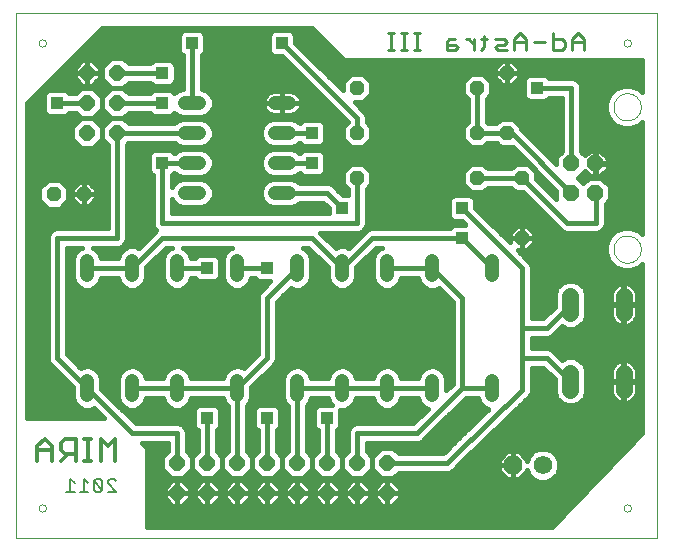
<source format=gbl>
G75*
G70*
%OFA0B0*%
%FSLAX24Y24*%
%IPPOS*%
%LPD*%
%AMOC8*
5,1,8,0,0,1.08239X$1,22.5*
%
%ADD10C,0.0000*%
%ADD11C,0.0130*%
%ADD12C,0.0080*%
%ADD13C,0.0110*%
%ADD14OC8,0.0531*%
%ADD15OC8,0.0477*%
%ADD16OC8,0.0620*%
%ADD17C,0.0620*%
%ADD18C,0.0557*%
%ADD19C,0.0477*%
%ADD20OC8,0.0517*%
%ADD21C,0.0160*%
%ADD22R,0.0394X0.0394*%
D10*
X000103Y000105D02*
X021473Y000105D01*
X021473Y017601D01*
X000103Y017601D01*
X000103Y000105D01*
X000855Y001101D02*
X000857Y001122D01*
X000863Y001142D01*
X000872Y001162D01*
X000884Y001179D01*
X000899Y001193D01*
X000917Y001205D01*
X000937Y001213D01*
X000957Y001218D01*
X000978Y001219D01*
X000999Y001216D01*
X001019Y001210D01*
X001038Y001199D01*
X001055Y001186D01*
X001068Y001170D01*
X001079Y001152D01*
X001087Y001132D01*
X001091Y001112D01*
X001091Y001090D01*
X001087Y001070D01*
X001079Y001050D01*
X001068Y001032D01*
X001055Y001016D01*
X001038Y001003D01*
X001019Y000992D01*
X000999Y000986D01*
X000978Y000983D01*
X000957Y000984D01*
X000937Y000989D01*
X000917Y000997D01*
X000899Y001009D01*
X000884Y001023D01*
X000872Y001040D01*
X000863Y001060D01*
X000857Y001080D01*
X000855Y001101D01*
X020355Y001101D02*
X020357Y001122D01*
X020363Y001142D01*
X020372Y001162D01*
X020384Y001179D01*
X020399Y001193D01*
X020417Y001205D01*
X020437Y001213D01*
X020457Y001218D01*
X020478Y001219D01*
X020499Y001216D01*
X020519Y001210D01*
X020538Y001199D01*
X020555Y001186D01*
X020568Y001170D01*
X020579Y001152D01*
X020587Y001132D01*
X020591Y001112D01*
X020591Y001090D01*
X020587Y001070D01*
X020579Y001050D01*
X020568Y001032D01*
X020555Y001016D01*
X020538Y001003D01*
X020519Y000992D01*
X020499Y000986D01*
X020478Y000983D01*
X020457Y000984D01*
X020437Y000989D01*
X020417Y000997D01*
X020399Y001009D01*
X020384Y001023D01*
X020372Y001040D01*
X020363Y001060D01*
X020357Y001080D01*
X020355Y001101D01*
X020020Y009731D02*
X020022Y009773D01*
X020028Y009815D01*
X020038Y009857D01*
X020051Y009897D01*
X020069Y009936D01*
X020090Y009973D01*
X020114Y010007D01*
X020142Y010040D01*
X020172Y010070D01*
X020205Y010096D01*
X020240Y010120D01*
X020278Y010140D01*
X020317Y010156D01*
X020357Y010169D01*
X020399Y010178D01*
X020441Y010183D01*
X020484Y010184D01*
X020526Y010181D01*
X020568Y010174D01*
X020609Y010163D01*
X020649Y010148D01*
X020687Y010130D01*
X020724Y010108D01*
X020758Y010083D01*
X020790Y010055D01*
X020818Y010024D01*
X020844Y009990D01*
X020867Y009954D01*
X020886Y009917D01*
X020902Y009877D01*
X020914Y009836D01*
X020922Y009795D01*
X020926Y009752D01*
X020926Y009710D01*
X020922Y009667D01*
X020914Y009626D01*
X020902Y009585D01*
X020886Y009545D01*
X020867Y009508D01*
X020844Y009472D01*
X020818Y009438D01*
X020790Y009407D01*
X020758Y009379D01*
X020724Y009354D01*
X020687Y009332D01*
X020649Y009314D01*
X020609Y009299D01*
X020568Y009288D01*
X020526Y009281D01*
X020484Y009278D01*
X020441Y009279D01*
X020399Y009284D01*
X020357Y009293D01*
X020317Y009306D01*
X020278Y009322D01*
X020240Y009342D01*
X020205Y009366D01*
X020172Y009392D01*
X020142Y009422D01*
X020114Y009455D01*
X020090Y009489D01*
X020069Y009526D01*
X020051Y009565D01*
X020038Y009605D01*
X020028Y009647D01*
X020022Y009689D01*
X020020Y009731D01*
X020020Y014471D02*
X020022Y014513D01*
X020028Y014555D01*
X020038Y014597D01*
X020051Y014637D01*
X020069Y014676D01*
X020090Y014713D01*
X020114Y014747D01*
X020142Y014780D01*
X020172Y014810D01*
X020205Y014836D01*
X020240Y014860D01*
X020278Y014880D01*
X020317Y014896D01*
X020357Y014909D01*
X020399Y014918D01*
X020441Y014923D01*
X020484Y014924D01*
X020526Y014921D01*
X020568Y014914D01*
X020609Y014903D01*
X020649Y014888D01*
X020687Y014870D01*
X020724Y014848D01*
X020758Y014823D01*
X020790Y014795D01*
X020818Y014764D01*
X020844Y014730D01*
X020867Y014694D01*
X020886Y014657D01*
X020902Y014617D01*
X020914Y014576D01*
X020922Y014535D01*
X020926Y014492D01*
X020926Y014450D01*
X020922Y014407D01*
X020914Y014366D01*
X020902Y014325D01*
X020886Y014285D01*
X020867Y014248D01*
X020844Y014212D01*
X020818Y014178D01*
X020790Y014147D01*
X020758Y014119D01*
X020724Y014094D01*
X020687Y014072D01*
X020649Y014054D01*
X020609Y014039D01*
X020568Y014028D01*
X020526Y014021D01*
X020484Y014018D01*
X020441Y014019D01*
X020399Y014024D01*
X020357Y014033D01*
X020317Y014046D01*
X020278Y014062D01*
X020240Y014082D01*
X020205Y014106D01*
X020172Y014132D01*
X020142Y014162D01*
X020114Y014195D01*
X020090Y014229D01*
X020069Y014266D01*
X020051Y014305D01*
X020038Y014345D01*
X020028Y014387D01*
X020022Y014429D01*
X020020Y014471D01*
X020355Y016601D02*
X020357Y016622D01*
X020363Y016642D01*
X020372Y016662D01*
X020384Y016679D01*
X020399Y016693D01*
X020417Y016705D01*
X020437Y016713D01*
X020457Y016718D01*
X020478Y016719D01*
X020499Y016716D01*
X020519Y016710D01*
X020538Y016699D01*
X020555Y016686D01*
X020568Y016670D01*
X020579Y016652D01*
X020587Y016632D01*
X020591Y016612D01*
X020591Y016590D01*
X020587Y016570D01*
X020579Y016550D01*
X020568Y016532D01*
X020555Y016516D01*
X020538Y016503D01*
X020519Y016492D01*
X020499Y016486D01*
X020478Y016483D01*
X020457Y016484D01*
X020437Y016489D01*
X020417Y016497D01*
X020399Y016509D01*
X020384Y016523D01*
X020372Y016540D01*
X020363Y016560D01*
X020357Y016580D01*
X020355Y016601D01*
X000855Y016601D02*
X000857Y016622D01*
X000863Y016642D01*
X000872Y016662D01*
X000884Y016679D01*
X000899Y016693D01*
X000917Y016705D01*
X000937Y016713D01*
X000957Y016718D01*
X000978Y016719D01*
X000999Y016716D01*
X001019Y016710D01*
X001038Y016699D01*
X001055Y016686D01*
X001068Y016670D01*
X001079Y016652D01*
X001087Y016632D01*
X001091Y016612D01*
X001091Y016590D01*
X001087Y016570D01*
X001079Y016550D01*
X001068Y016532D01*
X001055Y016516D01*
X001038Y016503D01*
X001019Y016492D01*
X000999Y016486D01*
X000978Y016483D01*
X000957Y016484D01*
X000937Y016489D01*
X000917Y016497D01*
X000899Y016509D01*
X000884Y016523D01*
X000872Y016540D01*
X000863Y016560D01*
X000857Y016580D01*
X000855Y016601D01*
D11*
X001052Y003396D02*
X000809Y003153D01*
X000809Y002666D01*
X000809Y003031D02*
X001296Y003031D01*
X001296Y003153D02*
X001052Y003396D01*
X001296Y003153D02*
X001296Y002666D01*
X001601Y002666D02*
X001844Y002909D01*
X001723Y002909D02*
X001601Y003031D01*
X001601Y003275D01*
X001723Y003396D01*
X002088Y003396D01*
X002088Y002666D01*
X002088Y002909D02*
X001723Y002909D01*
X002372Y002666D02*
X002616Y002666D01*
X002494Y002666D02*
X002494Y003396D01*
X002616Y003396D02*
X002372Y003396D01*
X002921Y003396D02*
X002921Y002666D01*
X003408Y002666D02*
X003408Y003396D01*
X003164Y003153D01*
X002921Y003396D01*
D12*
X002902Y002061D02*
X002762Y002061D01*
X002692Y001991D01*
X002972Y001711D01*
X002902Y001641D01*
X002762Y001641D01*
X002692Y001711D01*
X002692Y001991D01*
X002512Y001921D02*
X002372Y002061D01*
X002372Y001641D01*
X002512Y001641D02*
X002232Y001641D01*
X002052Y001641D02*
X001771Y001641D01*
X001911Y001641D02*
X001911Y002061D01*
X002052Y001921D01*
X002902Y002061D02*
X002972Y001991D01*
X002972Y001711D01*
X003152Y001641D02*
X003433Y001641D01*
X003152Y001921D01*
X003152Y001991D01*
X003222Y002061D01*
X003363Y002061D01*
X003433Y001991D01*
D13*
X012501Y016353D02*
X012698Y016353D01*
X012599Y016353D02*
X012599Y016943D01*
X012501Y016943D02*
X012698Y016943D01*
X012931Y016943D02*
X013128Y016943D01*
X013029Y016943D02*
X013029Y016353D01*
X012931Y016353D02*
X013128Y016353D01*
X013360Y016353D02*
X013557Y016353D01*
X013459Y016353D02*
X013459Y016943D01*
X013557Y016943D02*
X013360Y016943D01*
X014453Y016648D02*
X014453Y016353D01*
X014748Y016353D01*
X014846Y016451D01*
X014748Y016549D01*
X014453Y016549D01*
X014453Y016648D02*
X014551Y016746D01*
X014748Y016746D01*
X015088Y016746D02*
X015187Y016746D01*
X015383Y016549D01*
X015383Y016353D02*
X015383Y016746D01*
X015616Y016746D02*
X015813Y016746D01*
X015715Y016845D02*
X015715Y016451D01*
X015616Y016353D01*
X016064Y016451D02*
X016162Y016549D01*
X016359Y016549D01*
X016458Y016648D01*
X016359Y016746D01*
X016064Y016746D01*
X016064Y016451D02*
X016162Y016353D01*
X016458Y016353D01*
X016708Y016353D02*
X016708Y016746D01*
X016905Y016943D01*
X017102Y016746D01*
X017102Y016353D01*
X017102Y016648D02*
X016708Y016648D01*
X017353Y016648D02*
X017747Y016648D01*
X017998Y016746D02*
X018293Y016746D01*
X018391Y016648D01*
X018391Y016451D01*
X018293Y016353D01*
X017998Y016353D01*
X017998Y016943D01*
X018642Y016746D02*
X018642Y016353D01*
X018642Y016648D02*
X019036Y016648D01*
X019036Y016746D02*
X018839Y016943D01*
X018642Y016746D01*
X019036Y016746D02*
X019036Y016353D01*
D14*
X019406Y012593D03*
X018618Y012593D03*
X018618Y011609D03*
X019406Y011609D03*
D15*
X016973Y012101D03*
X015473Y012101D03*
X015473Y013601D03*
X016473Y013601D03*
X015473Y015101D03*
X016473Y015601D03*
X011473Y015101D03*
X011473Y013601D03*
X011473Y012101D03*
X016973Y010101D03*
X002354Y011561D03*
X001354Y011561D03*
D16*
X016658Y002522D03*
D17*
X017658Y002522D03*
D18*
X018583Y005042D02*
X018583Y005600D01*
X020363Y005600D02*
X020363Y005042D01*
X020363Y007602D02*
X020363Y008160D01*
X018583Y008160D02*
X018583Y007602D01*
D19*
X015973Y008862D02*
X015973Y009340D01*
X013973Y009340D02*
X013973Y008862D01*
X012473Y008862D02*
X012473Y009340D01*
X010973Y009340D02*
X010973Y008862D01*
X009473Y008862D02*
X009473Y009340D01*
X007473Y009340D02*
X007473Y008862D01*
X005473Y008862D02*
X005473Y009340D01*
X003973Y009340D02*
X003973Y008862D01*
X002473Y008862D02*
X002473Y009340D01*
X005734Y011601D02*
X006211Y011601D01*
X006211Y012601D02*
X005734Y012601D01*
X005734Y013601D02*
X006211Y013601D01*
X006211Y014601D02*
X005734Y014601D01*
X008734Y014601D02*
X009211Y014601D01*
X009211Y013601D02*
X008734Y013601D01*
X008734Y012601D02*
X009211Y012601D01*
X009211Y011601D02*
X008734Y011601D01*
X009473Y005340D02*
X009473Y004862D01*
X010973Y004862D02*
X010973Y005340D01*
X012473Y005340D02*
X012473Y004862D01*
X013973Y004862D02*
X013973Y005340D01*
X015973Y005340D02*
X015973Y004862D01*
X007473Y004862D02*
X007473Y005340D01*
X005473Y005340D02*
X005473Y004862D01*
X003973Y004862D02*
X003973Y005340D01*
X002473Y005340D02*
X002473Y004862D01*
D20*
X005473Y002601D03*
X006473Y002601D03*
X007473Y002601D03*
X008473Y002601D03*
X009473Y002601D03*
X010473Y002601D03*
X011473Y002601D03*
X012473Y002601D03*
X012473Y001601D03*
X011473Y001601D03*
X010473Y001601D03*
X009473Y001601D03*
X008473Y001601D03*
X007473Y001601D03*
X006473Y001601D03*
X005473Y001601D03*
X003473Y013601D03*
X002473Y013601D03*
X002473Y014601D03*
X003473Y014601D03*
X003473Y015601D03*
X002473Y015601D03*
D21*
X002483Y015611D02*
X002463Y015611D01*
X002463Y016018D01*
X002300Y016018D01*
X002055Y015774D01*
X002055Y015611D01*
X002462Y015611D01*
X002462Y015591D01*
X002055Y015591D01*
X002055Y015428D01*
X002300Y015183D01*
X002463Y015183D01*
X002463Y015591D01*
X002483Y015591D01*
X002483Y015611D01*
X002890Y015611D01*
X002890Y015774D01*
X002645Y016018D01*
X002483Y016018D01*
X002483Y015611D01*
X002483Y015591D02*
X002890Y015591D01*
X002890Y015428D01*
X002645Y015183D01*
X002483Y015183D01*
X002483Y015591D01*
X002483Y015638D02*
X002463Y015638D01*
X002463Y015479D02*
X002483Y015479D01*
X002483Y015321D02*
X002463Y015321D01*
X002266Y015099D02*
X002087Y014921D01*
X001878Y014921D01*
X001873Y014934D01*
X001805Y015001D01*
X001717Y015038D01*
X001228Y015038D01*
X001140Y015001D01*
X001072Y014934D01*
X001036Y014845D01*
X000717Y014845D01*
X000559Y014687D02*
X001036Y014687D01*
X001036Y014845D02*
X001036Y014356D01*
X001072Y014268D01*
X001140Y014200D01*
X001228Y014164D01*
X001717Y014164D01*
X001805Y014200D01*
X001873Y014268D01*
X001878Y014281D01*
X002087Y014281D01*
X002266Y014102D01*
X002679Y014102D01*
X002971Y014394D01*
X002971Y014807D01*
X002679Y015099D01*
X002266Y015099D01*
X002170Y015004D02*
X001799Y015004D01*
X002162Y015321D02*
X001193Y015321D01*
X001351Y015479D02*
X002055Y015479D01*
X002055Y015638D02*
X001510Y015638D01*
X001668Y015797D02*
X002078Y015797D01*
X002237Y015955D02*
X001827Y015955D01*
X001985Y016114D02*
X005653Y016114D01*
X005653Y016195D02*
X005653Y015079D01*
X005639Y015079D01*
X005463Y015007D01*
X005378Y014922D01*
X005373Y014934D01*
X005305Y015001D01*
X005217Y015038D01*
X004728Y015038D01*
X004640Y015001D01*
X004572Y014934D01*
X004567Y014921D01*
X003858Y014921D01*
X003679Y015099D01*
X003266Y015099D01*
X002974Y014807D01*
X002974Y014394D01*
X003266Y014102D01*
X003679Y014102D01*
X003858Y014281D01*
X004567Y014281D01*
X004572Y014268D01*
X004640Y014200D01*
X004728Y014164D01*
X005217Y014164D01*
X005305Y014200D01*
X005373Y014268D01*
X005378Y014280D01*
X005463Y014195D01*
X005639Y014122D01*
X006307Y014122D01*
X006483Y014195D01*
X006617Y014330D01*
X006690Y014506D01*
X006690Y014696D01*
X006617Y014872D01*
X006483Y015007D01*
X006307Y015079D01*
X006293Y015079D01*
X006293Y016195D01*
X006305Y016200D01*
X006373Y016268D01*
X006409Y016356D01*
X006409Y016845D01*
X006373Y016934D01*
X006305Y017001D01*
X006217Y017038D01*
X005728Y017038D01*
X005640Y017001D01*
X005572Y016934D01*
X005536Y016845D01*
X005536Y016356D01*
X005572Y016268D01*
X005640Y016200D01*
X005653Y016195D01*
X005571Y016272D02*
X002144Y016272D01*
X002303Y016431D02*
X005536Y016431D01*
X005536Y016589D02*
X002461Y016589D01*
X002620Y016748D02*
X005536Y016748D01*
X005561Y016906D02*
X002778Y016906D01*
X002937Y017065D02*
X010008Y017065D01*
X009973Y017101D02*
X002973Y017101D01*
X000473Y014601D01*
X000473Y004101D01*
X003020Y004101D01*
X002688Y004433D01*
X002568Y004383D01*
X002377Y004383D01*
X002201Y004456D01*
X002067Y004591D01*
X001994Y004767D01*
X001994Y005127D01*
X001291Y005829D01*
X001201Y005919D01*
X001153Y006037D01*
X001153Y010037D01*
X001153Y010164D01*
X001201Y010282D01*
X001291Y010372D01*
X001409Y010421D01*
X003153Y010421D01*
X003153Y013216D01*
X002974Y013394D01*
X002974Y013807D01*
X003266Y014099D01*
X003679Y014099D01*
X003858Y013921D01*
X005377Y013921D01*
X005463Y014007D01*
X005639Y014079D01*
X006307Y014079D01*
X006483Y014007D01*
X006617Y013872D01*
X006690Y013696D01*
X006690Y013506D01*
X006617Y013330D01*
X006483Y013195D01*
X006307Y013122D01*
X005639Y013122D01*
X005463Y013195D01*
X005377Y013281D01*
X003858Y013281D01*
X003793Y013216D01*
X003793Y010037D01*
X003744Y009919D01*
X003654Y009829D01*
X003536Y009781D01*
X003409Y009781D01*
X002658Y009781D01*
X002744Y009745D01*
X002878Y009611D01*
X002951Y009435D01*
X002951Y009421D01*
X003494Y009421D01*
X003494Y009435D01*
X003567Y009611D01*
X003701Y009745D01*
X003877Y009818D01*
X004068Y009818D01*
X004188Y009769D01*
X004701Y010282D01*
X004770Y010351D01*
X004701Y010419D01*
X004653Y010537D01*
X004653Y012195D01*
X004640Y012200D01*
X004572Y012268D01*
X004536Y012356D01*
X004536Y012845D01*
X004572Y012934D01*
X004640Y013001D01*
X004728Y013038D01*
X005217Y013038D01*
X005305Y013001D01*
X005373Y012934D01*
X005378Y012922D01*
X005463Y013007D01*
X005639Y013079D01*
X006307Y013079D01*
X006483Y013007D01*
X006617Y012872D01*
X006690Y012696D01*
X006690Y012506D01*
X006617Y012330D01*
X006483Y012195D01*
X006307Y012122D01*
X005639Y012122D01*
X005463Y012195D01*
X005378Y012280D01*
X005373Y012268D01*
X005305Y012200D01*
X005293Y012195D01*
X005293Y011786D01*
X005328Y011872D01*
X005463Y012007D01*
X005639Y012079D01*
X006307Y012079D01*
X006483Y012007D01*
X006617Y011872D01*
X006690Y011696D01*
X006690Y011506D01*
X006617Y011330D01*
X006483Y011195D01*
X006307Y011122D01*
X005639Y011122D01*
X005463Y011195D01*
X005328Y011330D01*
X005293Y011415D01*
X005293Y010921D01*
X010536Y010921D01*
X010536Y011085D01*
X010340Y011281D01*
X009568Y011281D01*
X009483Y011195D01*
X009307Y011122D01*
X008639Y011122D01*
X008463Y011195D01*
X008328Y011330D01*
X008255Y011506D01*
X008255Y011696D01*
X008328Y011872D01*
X008463Y012007D01*
X008639Y012079D01*
X009307Y012079D01*
X009483Y012007D01*
X009568Y011921D01*
X010409Y011921D01*
X010536Y011921D01*
X010654Y011872D01*
X010988Y011538D01*
X011153Y011538D01*
X011153Y011744D01*
X010994Y011902D01*
X010994Y012299D01*
X011274Y012579D01*
X011671Y012579D01*
X011951Y012299D01*
X011951Y011902D01*
X011793Y011744D01*
X011793Y010664D01*
X011793Y010537D01*
X011744Y010419D01*
X011654Y010329D01*
X011536Y010281D01*
X010245Y010281D01*
X010757Y009769D01*
X010877Y009818D01*
X011068Y009818D01*
X011188Y009769D01*
X011791Y010372D01*
X011909Y010421D01*
X012036Y010421D01*
X014567Y010421D01*
X014572Y010434D01*
X014640Y010501D01*
X014728Y010538D01*
X015083Y010538D01*
X014957Y010664D01*
X014728Y010664D01*
X014640Y010700D01*
X014572Y010768D01*
X014536Y010856D01*
X014536Y011345D01*
X014572Y011434D01*
X014640Y011501D01*
X014728Y011538D01*
X015217Y011538D01*
X015305Y011501D01*
X015373Y011434D01*
X015409Y011345D01*
X015409Y011116D01*
X016575Y009951D01*
X016575Y010101D01*
X016972Y010101D01*
X016972Y010101D01*
X016972Y010498D01*
X016808Y010498D01*
X016575Y010265D01*
X016575Y010101D01*
X016972Y010101D01*
X016973Y010101D01*
X017370Y010101D01*
X017370Y010265D01*
X017137Y010498D01*
X016973Y010498D01*
X016973Y010101D01*
X016973Y010101D01*
X017370Y010101D01*
X017370Y009936D01*
X017137Y009703D01*
X016973Y009703D01*
X016973Y010100D01*
X016972Y010100D01*
X016972Y009703D01*
X016823Y009703D01*
X017244Y009282D01*
X017293Y009164D01*
X017293Y009037D01*
X017293Y007421D01*
X017670Y007421D01*
X018064Y007815D01*
X018064Y008263D01*
X018143Y008453D01*
X018289Y008599D01*
X018479Y008678D01*
X018686Y008678D01*
X018876Y008599D01*
X019022Y008453D01*
X019101Y008263D01*
X019101Y007499D01*
X019022Y007308D01*
X018876Y007162D01*
X018686Y007083D01*
X018479Y007083D01*
X018308Y007154D01*
X018074Y006919D01*
X017984Y006829D01*
X017866Y006781D01*
X017293Y006781D01*
X017293Y006421D01*
X017866Y006421D01*
X017984Y006372D01*
X018074Y006282D01*
X018308Y006047D01*
X018479Y006118D01*
X018686Y006118D01*
X018876Y006039D01*
X019022Y005893D01*
X019101Y005703D01*
X019101Y004939D01*
X019022Y004748D01*
X018876Y004602D01*
X018686Y004523D01*
X018479Y004523D01*
X018289Y004602D01*
X018143Y004748D01*
X018064Y004939D01*
X018064Y005387D01*
X017670Y005781D01*
X017293Y005781D01*
X017293Y005102D01*
X017293Y005100D01*
X017293Y005038D01*
X017293Y004977D01*
X017292Y004975D01*
X017292Y004973D01*
X017267Y004916D01*
X017244Y004859D01*
X017242Y004858D01*
X017241Y004856D01*
X017198Y004814D01*
X017154Y004769D01*
X017152Y004769D01*
X014918Y002594D01*
X014654Y002329D01*
X014536Y002281D01*
X014409Y002281D01*
X012858Y002281D01*
X012679Y002102D01*
X012266Y002102D01*
X011974Y002394D01*
X011974Y002807D01*
X012266Y003099D01*
X012679Y003099D01*
X012858Y002921D01*
X014340Y002921D01*
X014423Y003004D01*
X014424Y003006D01*
X014467Y003048D01*
X014511Y003092D01*
X014513Y003093D01*
X015850Y004395D01*
X015701Y004456D01*
X015567Y004591D01*
X015494Y004767D01*
X015494Y004781D01*
X015105Y004781D01*
X013744Y003419D01*
X013654Y003329D01*
X013536Y003281D01*
X011793Y003281D01*
X011793Y002986D01*
X011971Y002807D01*
X011971Y002394D01*
X011679Y002102D01*
X011266Y002102D01*
X010974Y002394D01*
X010974Y002807D01*
X011153Y002986D01*
X011153Y003664D01*
X011201Y003782D01*
X011291Y003872D01*
X011409Y003921D01*
X011536Y003921D01*
X013340Y003921D01*
X013824Y004405D01*
X013701Y004456D01*
X013567Y004591D01*
X013494Y004767D01*
X013494Y004781D01*
X012951Y004781D01*
X012951Y004767D01*
X012878Y004591D01*
X012744Y004456D01*
X012568Y004383D01*
X012377Y004383D01*
X012201Y004456D01*
X012067Y004591D01*
X011994Y004767D01*
X011994Y004781D01*
X011451Y004781D01*
X011451Y004767D01*
X011378Y004591D01*
X011244Y004456D01*
X011068Y004383D01*
X010894Y004383D01*
X010909Y004345D01*
X010909Y003856D01*
X010873Y003768D01*
X010805Y003700D01*
X010793Y003695D01*
X010793Y002986D01*
X010971Y002807D01*
X010971Y002394D01*
X010679Y002102D01*
X010266Y002102D01*
X009974Y002394D01*
X009974Y002807D01*
X010153Y002986D01*
X010153Y003695D01*
X010140Y003700D01*
X010072Y003768D01*
X010036Y003856D01*
X010036Y004345D01*
X010072Y004434D01*
X010140Y004501D01*
X010228Y004538D01*
X010620Y004538D01*
X010567Y004591D01*
X010494Y004767D01*
X010494Y004781D01*
X009951Y004781D01*
X009951Y004767D01*
X009878Y004591D01*
X009793Y004505D01*
X009793Y002986D01*
X009971Y002807D01*
X009971Y002394D01*
X009679Y002102D01*
X009266Y002102D01*
X008974Y002394D01*
X008974Y002807D01*
X009153Y002986D01*
X009153Y004505D01*
X009067Y004591D01*
X008994Y004767D01*
X008994Y005435D01*
X009067Y005611D01*
X009201Y005745D01*
X009377Y005818D01*
X009568Y005818D01*
X009744Y005745D01*
X009878Y005611D01*
X009951Y005435D01*
X009951Y005421D01*
X010494Y005421D01*
X010494Y005435D01*
X010567Y005611D01*
X010701Y005745D01*
X010877Y005818D01*
X011068Y005818D01*
X011244Y005745D01*
X011378Y005611D01*
X011451Y005435D01*
X011451Y005421D01*
X011994Y005421D01*
X011994Y005435D01*
X012067Y005611D01*
X012201Y005745D01*
X012377Y005818D01*
X012568Y005818D01*
X012744Y005745D01*
X012878Y005611D01*
X012951Y005435D01*
X012951Y005421D01*
X013494Y005421D01*
X013494Y005435D01*
X013567Y005611D01*
X013701Y005745D01*
X013877Y005818D01*
X014068Y005818D01*
X014244Y005745D01*
X014378Y005611D01*
X014451Y005435D01*
X014451Y005032D01*
X014653Y005233D01*
X014653Y007968D01*
X014188Y008433D01*
X014068Y008383D01*
X013877Y008383D01*
X013701Y008456D01*
X013567Y008591D01*
X013494Y008767D01*
X013494Y008781D01*
X012951Y008781D01*
X012951Y008767D01*
X012878Y008591D01*
X012744Y008456D01*
X012568Y008383D01*
X012377Y008383D01*
X012201Y008456D01*
X012067Y008591D01*
X011994Y008767D01*
X011994Y009435D01*
X012067Y009611D01*
X012201Y009745D01*
X012287Y009781D01*
X012105Y009781D01*
X011451Y009127D01*
X011451Y008767D01*
X011378Y008591D01*
X011244Y008456D01*
X011068Y008383D01*
X010877Y008383D01*
X010701Y008456D01*
X010567Y008591D01*
X010494Y008767D01*
X010494Y009127D01*
X009840Y009781D01*
X009658Y009781D01*
X009744Y009745D01*
X009878Y009611D01*
X009951Y009435D01*
X009951Y008767D01*
X009878Y008591D01*
X009744Y008456D01*
X009568Y008383D01*
X009377Y008383D01*
X009257Y008433D01*
X008793Y007968D01*
X008793Y006037D01*
X008744Y005919D01*
X008654Y005829D01*
X008654Y005829D01*
X007951Y005127D01*
X007951Y004767D01*
X007878Y004591D01*
X007793Y004505D01*
X007793Y002986D01*
X007971Y002807D01*
X007971Y002394D01*
X007679Y002102D01*
X007266Y002102D01*
X006974Y002394D01*
X006974Y002807D01*
X007153Y002986D01*
X007153Y004505D01*
X007067Y004591D01*
X006994Y004767D01*
X006994Y004781D01*
X005951Y004781D01*
X005951Y004767D01*
X005878Y004591D01*
X005744Y004456D01*
X005568Y004383D01*
X005377Y004383D01*
X005201Y004456D01*
X005067Y004591D01*
X004994Y004767D01*
X004994Y004781D01*
X004451Y004781D01*
X004451Y004767D01*
X004378Y004591D01*
X004244Y004456D01*
X004068Y004383D01*
X003877Y004383D01*
X003701Y004456D01*
X003567Y004591D01*
X003494Y004767D01*
X003494Y005435D01*
X003567Y005611D01*
X003701Y005745D01*
X003877Y005818D01*
X004068Y005818D01*
X004244Y005745D01*
X004378Y005611D01*
X004451Y005435D01*
X004451Y005421D01*
X004994Y005421D01*
X004994Y005435D01*
X005067Y005611D01*
X005201Y005745D01*
X005377Y005818D01*
X005568Y005818D01*
X005744Y005745D01*
X005878Y005611D01*
X005951Y005435D01*
X005951Y005421D01*
X006994Y005421D01*
X006994Y005435D01*
X007067Y005611D01*
X007201Y005745D01*
X007377Y005818D01*
X007568Y005818D01*
X007688Y005769D01*
X008153Y006233D01*
X008153Y008037D01*
X008153Y008164D01*
X008201Y008282D01*
X008583Y008664D01*
X008228Y008664D01*
X008140Y008700D01*
X008072Y008768D01*
X008067Y008781D01*
X007951Y008781D01*
X007951Y008767D01*
X007878Y008591D01*
X007744Y008456D01*
X007568Y008383D01*
X007377Y008383D01*
X007201Y008456D01*
X007067Y008591D01*
X006994Y008767D01*
X006994Y009435D01*
X007067Y009611D01*
X007201Y009745D01*
X007287Y009781D01*
X005658Y009781D01*
X005744Y009745D01*
X005878Y009611D01*
X005951Y009435D01*
X005951Y009421D01*
X006067Y009421D01*
X006072Y009434D01*
X006140Y009501D01*
X006228Y009538D01*
X006717Y009538D01*
X006805Y009501D01*
X006873Y009434D01*
X006909Y009345D01*
X006909Y008856D01*
X006873Y008768D01*
X006805Y008700D01*
X006717Y008664D01*
X006228Y008664D01*
X006140Y008700D01*
X006072Y008768D01*
X006067Y008781D01*
X005951Y008781D01*
X005951Y008767D01*
X005878Y008591D01*
X005744Y008456D01*
X005568Y008383D01*
X005377Y008383D01*
X005201Y008456D01*
X005067Y008591D01*
X004994Y008767D01*
X004994Y009435D01*
X005067Y009611D01*
X005201Y009745D01*
X005287Y009781D01*
X005105Y009781D01*
X004451Y009127D01*
X004451Y008767D01*
X004378Y008591D01*
X004244Y008456D01*
X004068Y008383D01*
X003877Y008383D01*
X003701Y008456D01*
X003567Y008591D01*
X003494Y008767D01*
X003494Y008781D01*
X002951Y008781D01*
X002951Y008767D01*
X002878Y008591D01*
X002744Y008456D01*
X002568Y008383D01*
X002377Y008383D01*
X002201Y008456D01*
X002067Y008591D01*
X001994Y008767D01*
X001994Y009435D01*
X002067Y009611D01*
X002201Y009745D01*
X002287Y009781D01*
X001793Y009781D01*
X001793Y006233D01*
X002257Y005769D01*
X002377Y005818D01*
X002568Y005818D01*
X002744Y005745D01*
X002878Y005611D01*
X002951Y005435D01*
X002951Y005075D01*
X004105Y003921D01*
X005536Y003921D01*
X005654Y003872D01*
X005744Y003782D01*
X005793Y003664D01*
X005793Y003537D01*
X005793Y002986D01*
X005971Y002807D01*
X005971Y002394D01*
X005679Y002102D01*
X005266Y002102D01*
X004974Y002394D01*
X004974Y002807D01*
X005153Y002986D01*
X005153Y003281D01*
X004293Y003281D01*
X004473Y003101D01*
X004473Y000483D01*
X017973Y000483D01*
X020973Y003601D01*
X020973Y009227D01*
X020875Y009129D01*
X020614Y009021D01*
X020331Y009021D01*
X020070Y009129D01*
X019871Y009329D01*
X019763Y009589D01*
X019763Y009872D01*
X019871Y010133D01*
X020070Y010333D01*
X020331Y010441D01*
X020614Y010441D01*
X020875Y010333D01*
X020973Y010235D01*
X020973Y013967D01*
X020875Y013869D01*
X020614Y013761D01*
X020331Y013761D01*
X020070Y013869D01*
X019871Y014069D01*
X019763Y014330D01*
X019763Y014612D01*
X019871Y014873D01*
X020070Y015073D01*
X020331Y015181D01*
X020614Y015181D01*
X020875Y015073D01*
X020973Y014975D01*
X020973Y016034D01*
X011040Y016034D01*
X009973Y017101D01*
X010167Y016906D02*
X009384Y016906D01*
X009373Y016934D02*
X009305Y017001D01*
X009217Y017038D01*
X008728Y017038D01*
X008640Y017001D01*
X008572Y016934D01*
X008536Y016845D01*
X008536Y016356D01*
X008572Y016268D01*
X008640Y016200D01*
X008728Y016164D01*
X008957Y016164D01*
X011153Y013968D01*
X011153Y013958D01*
X010994Y013799D01*
X010994Y013402D01*
X011274Y013122D01*
X011671Y013122D01*
X011951Y013402D01*
X011951Y013799D01*
X011793Y013958D01*
X011793Y014037D01*
X011793Y014164D01*
X011744Y014282D01*
X011404Y014622D01*
X011671Y014622D01*
X011951Y014902D01*
X011951Y015299D01*
X011671Y015579D01*
X011274Y015579D01*
X010994Y015299D01*
X010994Y015032D01*
X009409Y016616D01*
X009409Y016845D01*
X009373Y016934D01*
X009409Y016748D02*
X010326Y016748D01*
X010484Y016589D02*
X009437Y016589D01*
X009595Y016431D02*
X010643Y016431D01*
X010801Y016272D02*
X009754Y016272D01*
X009912Y016114D02*
X010960Y016114D01*
X010388Y015638D02*
X016075Y015638D01*
X016075Y015601D02*
X016472Y015601D01*
X016472Y015601D01*
X016472Y015998D01*
X016308Y015998D01*
X016075Y015765D01*
X016075Y015601D01*
X016075Y015436D01*
X016308Y015203D01*
X016472Y015203D01*
X016472Y015600D01*
X016473Y015600D01*
X016473Y015203D01*
X016637Y015203D01*
X016870Y015436D01*
X016870Y015601D01*
X016870Y015765D01*
X016637Y015998D01*
X016473Y015998D01*
X016473Y015601D01*
X016870Y015601D01*
X016473Y015601D01*
X016473Y015601D01*
X016472Y015601D01*
X016075Y015601D01*
X016075Y015479D02*
X015771Y015479D01*
X015671Y015579D02*
X015951Y015299D01*
X015951Y014902D01*
X015793Y014744D01*
X015793Y013958D01*
X015830Y013921D01*
X016116Y013921D01*
X016274Y014079D01*
X016671Y014079D01*
X016951Y013799D01*
X016951Y013728D01*
X018113Y012567D01*
X018113Y012802D01*
X018298Y012988D01*
X018298Y014781D01*
X017878Y014781D01*
X017873Y014768D01*
X017805Y014700D01*
X017717Y014664D01*
X017228Y014664D01*
X017140Y014700D01*
X017072Y014768D01*
X017036Y014856D01*
X017036Y015345D01*
X017072Y015434D01*
X017140Y015501D01*
X017228Y015538D01*
X017717Y015538D01*
X017805Y015501D01*
X017873Y015434D01*
X017878Y015421D01*
X018682Y015421D01*
X018800Y015372D01*
X018890Y015282D01*
X018938Y015164D01*
X018938Y015037D01*
X018938Y012988D01*
X019069Y012857D01*
X019230Y013017D01*
X019392Y013017D01*
X019392Y012607D01*
X019419Y012607D01*
X019419Y013017D01*
X019581Y013017D01*
X019830Y012769D01*
X019830Y012606D01*
X019419Y012606D01*
X019419Y012579D01*
X019419Y012168D01*
X019581Y012168D01*
X019830Y012417D01*
X019830Y012579D01*
X019419Y012579D01*
X019392Y012579D01*
X019392Y012168D01*
X019230Y012168D01*
X019069Y012329D01*
X018841Y012101D01*
X019012Y011930D01*
X019196Y012114D01*
X019615Y012114D01*
X019911Y011818D01*
X019911Y011399D01*
X019753Y011241D01*
X019753Y010537D01*
X019704Y010419D01*
X019614Y010329D01*
X019497Y010281D01*
X019370Y010281D01*
X018409Y010281D01*
X018291Y010329D01*
X018201Y010419D01*
X016999Y011622D01*
X016774Y011622D01*
X016616Y011781D01*
X015830Y011781D01*
X015671Y011622D01*
X015274Y011622D01*
X014994Y011902D01*
X014994Y012299D01*
X015274Y012579D01*
X015671Y012579D01*
X015830Y012421D01*
X016616Y012421D01*
X016774Y012579D01*
X017171Y012579D01*
X017451Y012299D01*
X017451Y012075D01*
X018113Y011413D01*
X018113Y011662D01*
X016652Y013122D01*
X016274Y013122D01*
X016116Y013281D01*
X015830Y013281D01*
X015671Y013122D01*
X015274Y013122D01*
X014994Y013402D01*
X014994Y013799D01*
X015153Y013958D01*
X015153Y014744D01*
X014994Y014902D01*
X014994Y015299D01*
X015274Y015579D01*
X015671Y015579D01*
X015929Y015321D02*
X016190Y015321D01*
X016472Y015321D02*
X016473Y015321D01*
X016472Y015479D02*
X016473Y015479D01*
X016472Y015638D02*
X016473Y015638D01*
X016472Y015797D02*
X016473Y015797D01*
X016472Y015955D02*
X016473Y015955D01*
X016680Y015955D02*
X020973Y015955D01*
X020973Y015797D02*
X016839Y015797D01*
X016870Y015638D02*
X020973Y015638D01*
X020973Y015479D02*
X017827Y015479D01*
X017473Y015101D02*
X018618Y015101D01*
X018618Y012593D01*
X018253Y012943D02*
X017737Y012943D01*
X017895Y012784D02*
X018113Y012784D01*
X018113Y012626D02*
X018054Y012626D01*
X018298Y013101D02*
X017578Y013101D01*
X017420Y013260D02*
X018298Y013260D01*
X018298Y013418D02*
X017261Y013418D01*
X017102Y013577D02*
X018298Y013577D01*
X018298Y013736D02*
X016951Y013736D01*
X016856Y013894D02*
X018298Y013894D01*
X018298Y014053D02*
X016698Y014053D01*
X016247Y014053D02*
X015793Y014053D01*
X015793Y014211D02*
X018298Y014211D01*
X018298Y014370D02*
X015793Y014370D01*
X015793Y014528D02*
X018298Y014528D01*
X018298Y014687D02*
X017772Y014687D01*
X017173Y014687D02*
X015793Y014687D01*
X015894Y014845D02*
X017040Y014845D01*
X017036Y015004D02*
X015951Y015004D01*
X015951Y015162D02*
X017036Y015162D01*
X017036Y015321D02*
X016755Y015321D01*
X016870Y015479D02*
X017118Y015479D01*
X016265Y015955D02*
X010071Y015955D01*
X010229Y015797D02*
X016106Y015797D01*
X015473Y015101D02*
X015473Y013601D01*
X016473Y013601D01*
X016626Y013601D01*
X018618Y011609D01*
X018951Y011992D02*
X019073Y011992D01*
X018891Y012150D02*
X020973Y012150D01*
X020973Y011992D02*
X019738Y011992D01*
X019896Y011833D02*
X020973Y011833D01*
X020973Y011674D02*
X019911Y011674D01*
X019911Y011516D02*
X020973Y011516D01*
X020973Y011357D02*
X019870Y011357D01*
X019753Y011199D02*
X020973Y011199D01*
X020973Y011040D02*
X019753Y011040D01*
X019753Y010882D02*
X020973Y010882D01*
X020973Y010723D02*
X019753Y010723D01*
X019753Y010565D02*
X020973Y010565D01*
X020973Y010406D02*
X020697Y010406D01*
X020960Y010248D02*
X020973Y010248D01*
X020248Y010406D02*
X019691Y010406D01*
X019433Y010601D02*
X019433Y011581D01*
X019406Y011609D01*
X019392Y012309D02*
X019419Y012309D01*
X019419Y012467D02*
X019392Y012467D01*
X019392Y012626D02*
X019419Y012626D01*
X019419Y012784D02*
X019392Y012784D01*
X019392Y012943D02*
X019419Y012943D01*
X019656Y012943D02*
X020973Y012943D01*
X020973Y013101D02*
X018938Y013101D01*
X018938Y013260D02*
X020973Y013260D01*
X020973Y013418D02*
X018938Y013418D01*
X018938Y013577D02*
X020973Y013577D01*
X020973Y013736D02*
X018938Y013736D01*
X018938Y013894D02*
X020045Y013894D01*
X019887Y014053D02*
X018938Y014053D01*
X018938Y014211D02*
X019812Y014211D01*
X019763Y014370D02*
X018938Y014370D01*
X018938Y014528D02*
X019763Y014528D01*
X019794Y014687D02*
X018938Y014687D01*
X018938Y014845D02*
X019859Y014845D01*
X020002Y015004D02*
X018938Y015004D01*
X018938Y015162D02*
X020287Y015162D01*
X020658Y015162D02*
X020973Y015162D01*
X020973Y015004D02*
X020944Y015004D01*
X020973Y015321D02*
X018851Y015321D01*
X020900Y013894D02*
X020973Y013894D01*
X020973Y012784D02*
X019815Y012784D01*
X019830Y012626D02*
X020973Y012626D01*
X020973Y012467D02*
X019830Y012467D01*
X019722Y012309D02*
X020973Y012309D01*
X019090Y012309D02*
X019049Y012309D01*
X018984Y012943D02*
X019155Y012943D01*
X017783Y011992D02*
X017534Y011992D01*
X017451Y012150D02*
X017624Y012150D01*
X017466Y012309D02*
X017442Y012309D01*
X017307Y012467D02*
X017283Y012467D01*
X017149Y012626D02*
X010409Y012626D01*
X010409Y012784D02*
X016990Y012784D01*
X016832Y012943D02*
X010364Y012943D01*
X010373Y012934D02*
X010305Y013001D01*
X010217Y013038D01*
X009728Y013038D01*
X009640Y013001D01*
X009572Y012934D01*
X009567Y012922D01*
X009483Y013007D01*
X009307Y013079D01*
X008639Y013079D01*
X008463Y013007D01*
X008328Y012872D01*
X008255Y012696D01*
X008255Y012506D01*
X008328Y012330D01*
X008463Y012195D01*
X008639Y012122D01*
X009307Y012122D01*
X009483Y012195D01*
X009567Y012280D01*
X009572Y012268D01*
X009640Y012200D01*
X009728Y012164D01*
X010217Y012164D01*
X010305Y012200D01*
X010373Y012268D01*
X010409Y012356D01*
X010409Y012845D01*
X010373Y012934D01*
X010305Y013200D02*
X010373Y013268D01*
X010409Y013356D01*
X010409Y013845D01*
X010373Y013934D01*
X010305Y014001D01*
X010217Y014038D01*
X009728Y014038D01*
X009640Y014001D01*
X009572Y013934D01*
X009567Y013922D01*
X009483Y014007D01*
X009307Y014079D01*
X008639Y014079D01*
X008463Y014007D01*
X008328Y013872D01*
X008255Y013696D01*
X008255Y013506D01*
X008328Y013330D01*
X008463Y013195D01*
X008639Y013122D01*
X009307Y013122D01*
X009483Y013195D01*
X009567Y013280D01*
X009572Y013268D01*
X009640Y013200D01*
X009728Y013164D01*
X010217Y013164D01*
X010305Y013200D01*
X010365Y013260D02*
X011136Y013260D01*
X010994Y013418D02*
X010409Y013418D01*
X010409Y013577D02*
X010994Y013577D01*
X010994Y013736D02*
X010409Y013736D01*
X010389Y013894D02*
X011089Y013894D01*
X011068Y014053D02*
X009372Y014053D01*
X009327Y014219D02*
X009400Y014249D01*
X009465Y014292D01*
X009520Y014347D01*
X009564Y014412D01*
X009594Y014485D01*
X009609Y014562D01*
X009609Y014601D01*
X009609Y014640D01*
X009594Y014717D01*
X009564Y014789D01*
X009520Y014854D01*
X009465Y014909D01*
X009400Y014953D01*
X009327Y014983D01*
X009250Y014998D01*
X008973Y014998D01*
X008973Y014601D01*
X009609Y014601D01*
X008973Y014601D01*
X008973Y014601D01*
X008972Y014601D01*
X008972Y014601D01*
X008336Y014601D01*
X008336Y014640D01*
X008352Y014717D01*
X008382Y014789D01*
X008425Y014854D01*
X008480Y014909D01*
X008546Y014953D01*
X008618Y014983D01*
X008695Y014998D01*
X008972Y014998D01*
X008972Y014601D01*
X008336Y014601D01*
X008336Y014562D01*
X008352Y014485D01*
X008382Y014412D01*
X008425Y014347D01*
X008480Y014292D01*
X008546Y014249D01*
X008618Y014219D01*
X008695Y014203D01*
X008972Y014203D01*
X008972Y014600D01*
X008973Y014600D01*
X008973Y014203D01*
X009250Y014203D01*
X009327Y014219D01*
X009290Y014211D02*
X010910Y014211D01*
X010751Y014370D02*
X009535Y014370D01*
X009602Y014528D02*
X010593Y014528D01*
X010434Y014687D02*
X009599Y014687D01*
X009526Y014845D02*
X010275Y014845D01*
X010117Y015004D02*
X006485Y015004D01*
X006628Y014845D02*
X008419Y014845D01*
X008346Y014687D02*
X006690Y014687D01*
X006690Y014528D02*
X008343Y014528D01*
X008410Y014370D02*
X006634Y014370D01*
X006499Y014211D02*
X008655Y014211D01*
X008574Y014053D02*
X006372Y014053D01*
X006595Y013894D02*
X008350Y013894D01*
X008271Y013736D02*
X006674Y013736D01*
X006690Y013577D02*
X008255Y013577D01*
X008291Y013418D02*
X006654Y013418D01*
X006547Y013260D02*
X008398Y013260D01*
X008399Y012943D02*
X006546Y012943D01*
X006654Y012784D02*
X008292Y012784D01*
X008255Y012626D02*
X006690Y012626D01*
X006674Y012467D02*
X008271Y012467D01*
X008349Y012309D02*
X006596Y012309D01*
X006374Y012150D02*
X008571Y012150D01*
X008448Y011992D02*
X006498Y011992D01*
X006633Y011833D02*
X008312Y011833D01*
X008255Y011674D02*
X006690Y011674D01*
X006690Y011516D02*
X008255Y011516D01*
X008316Y011357D02*
X006629Y011357D01*
X006486Y011199D02*
X008459Y011199D01*
X008973Y011601D02*
X010473Y011601D01*
X010973Y011101D01*
X010536Y011040D02*
X005293Y011040D01*
X005293Y011199D02*
X005459Y011199D01*
X005316Y011357D02*
X005293Y011357D01*
X005293Y011833D02*
X005312Y011833D01*
X005293Y011992D02*
X005448Y011992D01*
X005571Y012150D02*
X005293Y012150D01*
X004973Y012601D02*
X004973Y010601D01*
X011473Y010601D01*
X011473Y012101D01*
X011783Y012467D02*
X015162Y012467D01*
X015003Y012309D02*
X011942Y012309D01*
X011951Y012150D02*
X014994Y012150D01*
X014994Y011992D02*
X011951Y011992D01*
X011882Y011833D02*
X015063Y011833D01*
X015222Y011674D02*
X011793Y011674D01*
X011793Y011516D02*
X014676Y011516D01*
X014541Y011357D02*
X011793Y011357D01*
X011793Y011199D02*
X014536Y011199D01*
X014536Y011040D02*
X011793Y011040D01*
X011793Y010882D02*
X014536Y010882D01*
X014617Y010723D02*
X011793Y010723D01*
X011793Y010565D02*
X015056Y010565D01*
X014973Y010101D02*
X015973Y009101D01*
X016973Y009101D02*
X014973Y011101D01*
X015409Y011199D02*
X017422Y011199D01*
X017263Y011357D02*
X015404Y011357D01*
X015270Y011516D02*
X017105Y011516D01*
X016722Y011674D02*
X015723Y011674D01*
X015473Y012101D02*
X016973Y012101D01*
X018473Y010601D01*
X019433Y010601D01*
X019985Y010248D02*
X017370Y010248D01*
X017370Y010089D02*
X019853Y010089D01*
X019787Y009930D02*
X017364Y009930D01*
X017206Y009772D02*
X019763Y009772D01*
X019763Y009613D02*
X016913Y009613D01*
X016972Y009772D02*
X016973Y009772D01*
X016972Y009930D02*
X016973Y009930D01*
X016972Y010089D02*
X016973Y010089D01*
X016972Y010248D02*
X016973Y010248D01*
X016972Y010406D02*
X016973Y010406D01*
X017229Y010406D02*
X018215Y010406D01*
X018056Y010565D02*
X015961Y010565D01*
X015803Y010723D02*
X017898Y010723D01*
X017739Y010882D02*
X015644Y010882D01*
X015486Y011040D02*
X017581Y011040D01*
X018010Y011516D02*
X018113Y011516D01*
X018100Y011674D02*
X017851Y011674D01*
X017941Y011833D02*
X017693Y011833D01*
X016662Y012467D02*
X015783Y012467D01*
X016673Y013101D02*
X003793Y013101D01*
X003793Y012943D02*
X004581Y012943D01*
X004536Y012784D02*
X003793Y012784D01*
X003793Y012626D02*
X004536Y012626D01*
X004536Y012467D02*
X003793Y012467D01*
X003793Y012309D02*
X004555Y012309D01*
X004653Y012150D02*
X003793Y012150D01*
X003793Y011992D02*
X004653Y011992D01*
X004653Y011833D02*
X003793Y011833D01*
X003793Y011674D02*
X004653Y011674D01*
X004653Y011516D02*
X003793Y011516D01*
X003793Y011357D02*
X004653Y011357D01*
X004653Y011199D02*
X003793Y011199D01*
X003793Y011040D02*
X004653Y011040D01*
X004653Y010882D02*
X003793Y010882D01*
X003793Y010723D02*
X004653Y010723D01*
X004653Y010565D02*
X003793Y010565D01*
X003793Y010406D02*
X004715Y010406D01*
X004667Y010248D02*
X003793Y010248D01*
X003793Y010089D02*
X004508Y010089D01*
X004350Y009930D02*
X003748Y009930D01*
X003766Y009772D02*
X002680Y009772D01*
X002876Y009613D02*
X003569Y009613D01*
X003502Y009455D02*
X002943Y009455D01*
X002473Y009101D02*
X003973Y009101D01*
X004973Y010101D01*
X009973Y010101D01*
X010973Y009101D01*
X011973Y010101D01*
X014973Y010101D01*
X016120Y010406D02*
X016716Y010406D01*
X016575Y010248D02*
X016278Y010248D01*
X016437Y010089D02*
X016575Y010089D01*
X017071Y009455D02*
X019818Y009455D01*
X019903Y009296D02*
X017230Y009296D01*
X017293Y009138D02*
X020062Y009138D01*
X020260Y008586D02*
X020195Y008565D01*
X020133Y008534D01*
X020078Y008493D01*
X020029Y008444D01*
X019988Y008389D01*
X019957Y008327D01*
X019936Y008262D01*
X019925Y008194D01*
X019925Y007901D01*
X020342Y007901D01*
X020342Y007861D01*
X019925Y007861D01*
X019925Y007568D01*
X019936Y007500D01*
X019957Y007434D01*
X019988Y007373D01*
X020029Y007317D01*
X020078Y007268D01*
X020133Y007228D01*
X020195Y007197D01*
X020260Y007175D01*
X020328Y007165D01*
X020343Y007165D01*
X020343Y007861D01*
X020383Y007861D01*
X020383Y007901D01*
X020800Y007901D01*
X020800Y008194D01*
X020789Y008262D01*
X020768Y008327D01*
X020737Y008389D01*
X020696Y008444D01*
X020648Y008493D01*
X020592Y008534D01*
X020531Y008565D01*
X020465Y008586D01*
X020397Y008597D01*
X020383Y008597D01*
X020383Y007901D01*
X020343Y007901D01*
X020343Y008597D01*
X020328Y008597D01*
X020260Y008586D01*
X020343Y008504D02*
X020383Y008504D01*
X020383Y008345D02*
X020343Y008345D01*
X020343Y008186D02*
X020383Y008186D01*
X020383Y008028D02*
X020343Y008028D01*
X020342Y007869D02*
X019101Y007869D01*
X019101Y007711D02*
X019925Y007711D01*
X019928Y007552D02*
X019101Y007552D01*
X019058Y007394D02*
X019978Y007394D01*
X020123Y007235D02*
X018949Y007235D01*
X018231Y007077D02*
X020973Y007077D01*
X020973Y007235D02*
X020602Y007235D01*
X020592Y007228D02*
X020648Y007268D01*
X020696Y007317D01*
X020737Y007373D01*
X020768Y007434D01*
X020789Y007500D01*
X020800Y007568D01*
X020800Y007861D01*
X020383Y007861D01*
X020383Y007165D01*
X020397Y007165D01*
X020465Y007175D01*
X020531Y007197D01*
X020592Y007228D01*
X020383Y007235D02*
X020343Y007235D01*
X020343Y007394D02*
X020383Y007394D01*
X020383Y007552D02*
X020343Y007552D01*
X020343Y007711D02*
X020383Y007711D01*
X020383Y007869D02*
X020973Y007869D01*
X020973Y007711D02*
X020800Y007711D01*
X020798Y007552D02*
X020973Y007552D01*
X020973Y007394D02*
X020747Y007394D01*
X020973Y006918D02*
X018073Y006918D01*
X017803Y007101D02*
X016973Y007101D01*
X016973Y009101D01*
X017293Y008979D02*
X020973Y008979D01*
X020973Y008821D02*
X017293Y008821D01*
X017293Y008662D02*
X018441Y008662D01*
X018193Y008504D02*
X017293Y008504D01*
X017293Y008345D02*
X018098Y008345D01*
X018064Y008186D02*
X017293Y008186D01*
X017293Y008028D02*
X018064Y008028D01*
X018064Y007869D02*
X017293Y007869D01*
X017293Y007711D02*
X017960Y007711D01*
X017802Y007552D02*
X017293Y007552D01*
X016973Y007101D02*
X016973Y006101D01*
X017803Y006101D01*
X018583Y005321D01*
X019101Y005333D02*
X020342Y005333D01*
X020342Y005341D02*
X020342Y005301D01*
X019925Y005301D01*
X019925Y005008D01*
X019936Y004940D01*
X019957Y004874D01*
X019988Y004813D01*
X020029Y004757D01*
X020078Y004708D01*
X020133Y004668D01*
X020195Y004637D01*
X020260Y004615D01*
X020328Y004605D01*
X020343Y004605D01*
X020343Y005301D01*
X020383Y005301D01*
X020383Y005341D01*
X020800Y005341D01*
X020800Y005634D01*
X020789Y005702D01*
X020768Y005767D01*
X020737Y005829D01*
X020696Y005884D01*
X020648Y005933D01*
X020592Y005974D01*
X020531Y006005D01*
X020465Y006026D01*
X020397Y006037D01*
X020383Y006037D01*
X020383Y005341D01*
X020343Y005341D01*
X020343Y006037D01*
X020328Y006037D01*
X020260Y006026D01*
X020195Y006005D01*
X020133Y005974D01*
X020078Y005933D01*
X020029Y005884D01*
X019988Y005829D01*
X019957Y005767D01*
X019936Y005702D01*
X019925Y005634D01*
X019925Y005341D01*
X020342Y005341D01*
X020383Y005333D02*
X020973Y005333D01*
X020973Y005491D02*
X020800Y005491D01*
X020798Y005650D02*
X020973Y005650D01*
X020973Y005808D02*
X020747Y005808D01*
X020601Y005967D02*
X020973Y005967D01*
X020973Y006125D02*
X018230Y006125D01*
X018072Y006284D02*
X020973Y006284D01*
X020973Y006443D02*
X017293Y006443D01*
X017293Y006601D02*
X020973Y006601D01*
X020973Y006760D02*
X017293Y006760D01*
X017803Y007101D02*
X018583Y007881D01*
X019101Y008028D02*
X019925Y008028D01*
X019925Y008186D02*
X019101Y008186D01*
X019067Y008345D02*
X019966Y008345D01*
X020092Y008504D02*
X018972Y008504D01*
X018725Y008662D02*
X020973Y008662D01*
X020973Y008504D02*
X020633Y008504D01*
X020759Y008345D02*
X020973Y008345D01*
X020973Y008186D02*
X020800Y008186D01*
X020800Y008028D02*
X020973Y008028D01*
X020973Y009138D02*
X020884Y009138D01*
X016973Y006101D02*
X016973Y005041D01*
X014693Y002821D01*
X014473Y002601D01*
X012473Y002601D01*
X012824Y002955D02*
X014374Y002955D01*
X014534Y003113D02*
X011793Y003113D01*
X011793Y003272D02*
X014697Y003272D01*
X014860Y003430D02*
X013755Y003430D01*
X013913Y003589D02*
X015023Y003589D01*
X015185Y003747D02*
X014072Y003747D01*
X014230Y003906D02*
X015348Y003906D01*
X015511Y004064D02*
X014389Y004064D01*
X014547Y004223D02*
X015674Y004223D01*
X015837Y004381D02*
X014706Y004381D01*
X014864Y004540D02*
X015618Y004540D01*
X015522Y004699D02*
X015023Y004699D01*
X014973Y005101D02*
X013473Y003601D01*
X011473Y003601D01*
X011473Y002601D01*
X011824Y002955D02*
X012121Y002955D01*
X011974Y002796D02*
X011971Y002796D01*
X011971Y002637D02*
X011974Y002637D01*
X011971Y002479D02*
X011974Y002479D01*
X012048Y002320D02*
X011897Y002320D01*
X011739Y002162D02*
X012206Y002162D01*
X012300Y002018D02*
X012055Y001774D01*
X012055Y001611D01*
X012462Y001611D01*
X012462Y001591D01*
X012055Y001591D01*
X012055Y001428D01*
X012300Y001183D01*
X012463Y001183D01*
X012463Y001591D01*
X012483Y001591D01*
X012483Y001611D01*
X012890Y001611D01*
X012890Y001774D01*
X012645Y002018D01*
X012483Y002018D01*
X012483Y001611D01*
X012463Y001611D01*
X012463Y002018D01*
X012300Y002018D01*
X012285Y002003D02*
X011660Y002003D01*
X011645Y002018D02*
X011483Y002018D01*
X011483Y001611D01*
X011890Y001611D01*
X011890Y001774D01*
X011645Y002018D01*
X011483Y002003D02*
X011463Y002003D01*
X011463Y002018D02*
X011300Y002018D01*
X011055Y001774D01*
X011055Y001611D01*
X011462Y001611D01*
X011462Y001591D01*
X011055Y001591D01*
X011055Y001428D01*
X011300Y001183D01*
X011463Y001183D01*
X011463Y001591D01*
X011483Y001591D01*
X011483Y001611D01*
X011463Y001611D01*
X011463Y002018D01*
X011463Y001845D02*
X011483Y001845D01*
X011483Y001686D02*
X011463Y001686D01*
X011483Y001591D02*
X011890Y001591D01*
X011890Y001428D01*
X011645Y001183D01*
X011483Y001183D01*
X011483Y001591D01*
X011483Y001528D02*
X011463Y001528D01*
X011463Y001369D02*
X011483Y001369D01*
X011483Y001211D02*
X011463Y001211D01*
X011272Y001211D02*
X010673Y001211D01*
X010645Y001183D02*
X010890Y001428D01*
X010890Y001591D01*
X010483Y001591D01*
X010483Y001611D01*
X010890Y001611D01*
X010890Y001774D01*
X010645Y002018D01*
X010483Y002018D01*
X010483Y001611D01*
X010463Y001611D01*
X010463Y002018D01*
X010300Y002018D01*
X010055Y001774D01*
X010055Y001611D01*
X010462Y001611D01*
X010462Y001591D01*
X010055Y001591D01*
X010055Y001428D01*
X010300Y001183D01*
X010463Y001183D01*
X010463Y001591D01*
X010483Y001591D01*
X010483Y001183D01*
X010645Y001183D01*
X010483Y001211D02*
X010463Y001211D01*
X010463Y001369D02*
X010483Y001369D01*
X010483Y001528D02*
X010463Y001528D01*
X010463Y001686D02*
X010483Y001686D01*
X010483Y001845D02*
X010463Y001845D01*
X010463Y002003D02*
X010483Y002003D01*
X010660Y002003D02*
X011285Y002003D01*
X011206Y002162D02*
X010739Y002162D01*
X010897Y002320D02*
X011048Y002320D01*
X010974Y002479D02*
X010971Y002479D01*
X010971Y002637D02*
X010974Y002637D01*
X010971Y002796D02*
X010974Y002796D01*
X011121Y002955D02*
X010824Y002955D01*
X010793Y003113D02*
X011153Y003113D01*
X011153Y003272D02*
X010793Y003272D01*
X010793Y003430D02*
X011153Y003430D01*
X011153Y003589D02*
X010793Y003589D01*
X010852Y003747D02*
X011187Y003747D01*
X011373Y003906D02*
X010909Y003906D01*
X010909Y004064D02*
X013484Y004064D01*
X013642Y004223D02*
X010909Y004223D01*
X010894Y004381D02*
X013801Y004381D01*
X013618Y004540D02*
X012828Y004540D01*
X012923Y004699D02*
X013522Y004699D01*
X013973Y005101D02*
X012473Y005101D01*
X010973Y005101D01*
X009473Y005101D01*
X009473Y002601D01*
X009824Y002955D02*
X010121Y002955D01*
X010153Y003113D02*
X009793Y003113D01*
X009793Y003272D02*
X010153Y003272D01*
X010153Y003430D02*
X009793Y003430D01*
X009793Y003589D02*
X010153Y003589D01*
X010093Y003747D02*
X009793Y003747D01*
X009793Y003906D02*
X010036Y003906D01*
X010036Y004064D02*
X009793Y004064D01*
X009793Y004223D02*
X010036Y004223D01*
X010051Y004381D02*
X009793Y004381D01*
X009828Y004540D02*
X010618Y004540D01*
X010522Y004699D02*
X009923Y004699D01*
X010473Y004101D02*
X010473Y002601D01*
X009974Y002637D02*
X009971Y002637D01*
X009971Y002479D02*
X009974Y002479D01*
X010048Y002320D02*
X009897Y002320D01*
X009739Y002162D02*
X010206Y002162D01*
X010285Y002003D02*
X009660Y002003D01*
X009645Y002018D02*
X009483Y002018D01*
X009483Y001611D01*
X009890Y001611D01*
X009890Y001774D01*
X009645Y002018D01*
X009483Y002003D02*
X009463Y002003D01*
X009463Y002018D02*
X009300Y002018D01*
X009055Y001774D01*
X009055Y001611D01*
X009462Y001611D01*
X009462Y001591D01*
X009055Y001591D01*
X009055Y001428D01*
X009300Y001183D01*
X009463Y001183D01*
X009463Y001591D01*
X009483Y001591D01*
X009483Y001611D01*
X009463Y001611D01*
X009463Y002018D01*
X009463Y001845D02*
X009483Y001845D01*
X009483Y001686D02*
X009463Y001686D01*
X009483Y001591D02*
X009890Y001591D01*
X009890Y001428D01*
X009645Y001183D01*
X009483Y001183D01*
X009483Y001591D01*
X009483Y001528D02*
X009463Y001528D01*
X009463Y001369D02*
X009483Y001369D01*
X009483Y001211D02*
X009463Y001211D01*
X009272Y001211D02*
X008673Y001211D01*
X008645Y001183D02*
X008890Y001428D01*
X008890Y001591D01*
X008483Y001591D01*
X008483Y001611D01*
X008890Y001611D01*
X008890Y001774D01*
X008645Y002018D01*
X008483Y002018D01*
X008483Y001611D01*
X008463Y001611D01*
X008463Y002018D01*
X008300Y002018D01*
X008055Y001774D01*
X008055Y001611D01*
X008462Y001611D01*
X008462Y001591D01*
X008055Y001591D01*
X008055Y001428D01*
X008300Y001183D01*
X008463Y001183D01*
X008463Y001591D01*
X008483Y001591D01*
X008483Y001183D01*
X008645Y001183D01*
X008483Y001211D02*
X008463Y001211D01*
X008463Y001369D02*
X008483Y001369D01*
X008483Y001528D02*
X008463Y001528D01*
X008463Y001686D02*
X008483Y001686D01*
X008483Y001845D02*
X008463Y001845D01*
X008463Y002003D02*
X008483Y002003D01*
X008660Y002003D02*
X009285Y002003D01*
X009206Y002162D02*
X008739Y002162D01*
X008679Y002102D02*
X008971Y002394D01*
X008971Y002807D01*
X008793Y002986D01*
X008793Y003695D01*
X008805Y003700D01*
X008873Y003768D01*
X008909Y003856D01*
X008909Y004345D01*
X008873Y004434D01*
X008805Y004501D01*
X008717Y004538D01*
X008228Y004538D01*
X008140Y004501D01*
X008072Y004434D01*
X008036Y004345D01*
X008036Y003856D01*
X008072Y003768D01*
X008140Y003700D01*
X008153Y003695D01*
X008153Y002986D01*
X007974Y002807D01*
X007974Y002394D01*
X008266Y002102D01*
X008679Y002102D01*
X008819Y001845D02*
X009126Y001845D01*
X009055Y001686D02*
X008890Y001686D01*
X008890Y001528D02*
X009055Y001528D01*
X009114Y001369D02*
X008831Y001369D01*
X008272Y001211D02*
X007673Y001211D01*
X007645Y001183D02*
X007890Y001428D01*
X007890Y001591D01*
X007483Y001591D01*
X007483Y001611D01*
X007890Y001611D01*
X007890Y001774D01*
X007645Y002018D01*
X007483Y002018D01*
X007483Y001611D01*
X007463Y001611D01*
X007463Y002018D01*
X007300Y002018D01*
X007055Y001774D01*
X007055Y001611D01*
X007462Y001611D01*
X007462Y001591D01*
X007055Y001591D01*
X007055Y001428D01*
X007300Y001183D01*
X007463Y001183D01*
X007463Y001591D01*
X007483Y001591D01*
X007483Y001183D01*
X007645Y001183D01*
X007483Y001211D02*
X007463Y001211D01*
X007463Y001369D02*
X007483Y001369D01*
X007483Y001528D02*
X007463Y001528D01*
X007463Y001686D02*
X007483Y001686D01*
X007483Y001845D02*
X007463Y001845D01*
X007463Y002003D02*
X007483Y002003D01*
X007660Y002003D02*
X008285Y002003D01*
X008206Y002162D02*
X007739Y002162D01*
X007897Y002320D02*
X008048Y002320D01*
X007974Y002479D02*
X007971Y002479D01*
X007971Y002637D02*
X007974Y002637D01*
X007971Y002796D02*
X007974Y002796D01*
X008121Y002955D02*
X007824Y002955D01*
X007793Y003113D02*
X008153Y003113D01*
X008153Y003272D02*
X007793Y003272D01*
X007793Y003430D02*
X008153Y003430D01*
X008153Y003589D02*
X007793Y003589D01*
X007793Y003747D02*
X008093Y003747D01*
X008036Y003906D02*
X007793Y003906D01*
X007793Y004064D02*
X008036Y004064D01*
X008036Y004223D02*
X007793Y004223D01*
X007793Y004381D02*
X008051Y004381D01*
X007828Y004540D02*
X009118Y004540D01*
X009153Y004381D02*
X008894Y004381D01*
X008909Y004223D02*
X009153Y004223D01*
X009153Y004064D02*
X008909Y004064D01*
X008909Y003906D02*
X009153Y003906D01*
X009153Y003747D02*
X008852Y003747D01*
X008793Y003589D02*
X009153Y003589D01*
X009153Y003430D02*
X008793Y003430D01*
X008793Y003272D02*
X009153Y003272D01*
X009153Y003113D02*
X008793Y003113D01*
X008824Y002955D02*
X009121Y002955D01*
X008974Y002796D02*
X008971Y002796D01*
X008971Y002637D02*
X008974Y002637D01*
X008971Y002479D02*
X008974Y002479D01*
X009048Y002320D02*
X008897Y002320D01*
X008473Y002601D02*
X008473Y004101D01*
X009022Y004699D02*
X007923Y004699D01*
X007951Y004857D02*
X008994Y004857D01*
X008994Y005016D02*
X007951Y005016D01*
X007999Y005174D02*
X008994Y005174D01*
X008994Y005333D02*
X008157Y005333D01*
X008316Y005491D02*
X009017Y005491D01*
X009106Y005650D02*
X008474Y005650D01*
X008633Y005808D02*
X009353Y005808D01*
X009592Y005808D02*
X010853Y005808D01*
X011092Y005808D02*
X012353Y005808D01*
X012592Y005808D02*
X013853Y005808D01*
X014092Y005808D02*
X014653Y005808D01*
X014653Y005650D02*
X014339Y005650D01*
X014428Y005491D02*
X014653Y005491D01*
X014653Y005333D02*
X014451Y005333D01*
X014451Y005174D02*
X014593Y005174D01*
X014973Y005101D02*
X014973Y008101D01*
X013973Y009101D01*
X012473Y009101D01*
X011994Y009138D02*
X011462Y009138D01*
X011451Y008979D02*
X011994Y008979D01*
X011994Y008821D02*
X011451Y008821D01*
X011408Y008662D02*
X012037Y008662D01*
X012154Y008504D02*
X011291Y008504D01*
X010654Y008504D02*
X009791Y008504D01*
X009908Y008662D02*
X010537Y008662D01*
X010494Y008821D02*
X009951Y008821D01*
X009951Y008979D02*
X010494Y008979D01*
X010483Y009138D02*
X009951Y009138D01*
X009951Y009296D02*
X010324Y009296D01*
X010166Y009455D02*
X009943Y009455D01*
X010007Y009613D02*
X009876Y009613D01*
X009849Y009772D02*
X009680Y009772D01*
X010278Y010248D02*
X011667Y010248D01*
X011730Y010406D02*
X011874Y010406D01*
X011508Y010089D02*
X010437Y010089D01*
X010595Y009930D02*
X011350Y009930D01*
X011191Y009772D02*
X011180Y009772D01*
X010766Y009772D02*
X010754Y009772D01*
X011621Y009296D02*
X011994Y009296D01*
X012002Y009455D02*
X011779Y009455D01*
X011938Y009613D02*
X012069Y009613D01*
X012096Y009772D02*
X012266Y009772D01*
X012908Y008662D02*
X013537Y008662D01*
X013654Y008504D02*
X012791Y008504D01*
X014276Y008345D02*
X009169Y008345D01*
X009011Y008186D02*
X014434Y008186D01*
X014593Y008028D02*
X008852Y008028D01*
X008793Y007869D02*
X014653Y007869D01*
X014653Y007711D02*
X008793Y007711D01*
X008793Y007552D02*
X014653Y007552D01*
X014653Y007394D02*
X008793Y007394D01*
X008793Y007235D02*
X014653Y007235D01*
X014653Y007077D02*
X008793Y007077D01*
X008793Y006918D02*
X014653Y006918D01*
X014653Y006760D02*
X008793Y006760D01*
X008793Y006601D02*
X014653Y006601D01*
X014653Y006443D02*
X008793Y006443D01*
X008793Y006284D02*
X014653Y006284D01*
X014653Y006125D02*
X008793Y006125D01*
X008763Y005967D02*
X014653Y005967D01*
X013606Y005650D02*
X012839Y005650D01*
X012928Y005491D02*
X013517Y005491D01*
X012106Y005650D02*
X011339Y005650D01*
X011428Y005491D02*
X012017Y005491D01*
X012022Y004699D02*
X011423Y004699D01*
X011328Y004540D02*
X012118Y004540D01*
X010606Y005650D02*
X009839Y005650D01*
X009928Y005491D02*
X010517Y005491D01*
X008473Y006101D02*
X008473Y008101D01*
X009473Y009101D01*
X008581Y008662D02*
X007908Y008662D01*
X007791Y008504D02*
X008423Y008504D01*
X008264Y008345D02*
X001793Y008345D01*
X001793Y008186D02*
X008162Y008186D01*
X008153Y008028D02*
X001793Y008028D01*
X001793Y007869D02*
X008153Y007869D01*
X008153Y007711D02*
X001793Y007711D01*
X001793Y007552D02*
X008153Y007552D01*
X008153Y007394D02*
X001793Y007394D01*
X001793Y007235D02*
X008153Y007235D01*
X008153Y007077D02*
X001793Y007077D01*
X001793Y006918D02*
X008153Y006918D01*
X008153Y006760D02*
X001793Y006760D01*
X001793Y006601D02*
X008153Y006601D01*
X008153Y006443D02*
X001793Y006443D01*
X001793Y006284D02*
X008153Y006284D01*
X008045Y006125D02*
X001900Y006125D01*
X002059Y005967D02*
X007886Y005967D01*
X007728Y005808D02*
X007592Y005808D01*
X007353Y005808D02*
X005592Y005808D01*
X005353Y005808D02*
X004092Y005808D01*
X003853Y005808D02*
X002592Y005808D01*
X002353Y005808D02*
X002218Y005808D01*
X001788Y005333D02*
X000473Y005333D01*
X000473Y005491D02*
X001630Y005491D01*
X001471Y005650D02*
X000473Y005650D01*
X000473Y005808D02*
X001312Y005808D01*
X001182Y005967D02*
X000473Y005967D01*
X000473Y006125D02*
X001153Y006125D01*
X001153Y006284D02*
X000473Y006284D01*
X000473Y006443D02*
X001153Y006443D01*
X001153Y006601D02*
X000473Y006601D01*
X000473Y006760D02*
X001153Y006760D01*
X001153Y006918D02*
X000473Y006918D01*
X000473Y007077D02*
X001153Y007077D01*
X001153Y007235D02*
X000473Y007235D01*
X000473Y007394D02*
X001153Y007394D01*
X001153Y007552D02*
X000473Y007552D01*
X000473Y007711D02*
X001153Y007711D01*
X001153Y007869D02*
X000473Y007869D01*
X000473Y008028D02*
X001153Y008028D01*
X001153Y008186D02*
X000473Y008186D01*
X000473Y008345D02*
X001153Y008345D01*
X001153Y008504D02*
X000473Y008504D01*
X000473Y008662D02*
X001153Y008662D01*
X001153Y008821D02*
X000473Y008821D01*
X000473Y008979D02*
X001153Y008979D01*
X001153Y009138D02*
X000473Y009138D01*
X000473Y009296D02*
X001153Y009296D01*
X001153Y009455D02*
X000473Y009455D01*
X000473Y009613D02*
X001153Y009613D01*
X001153Y009772D02*
X000473Y009772D01*
X000473Y009930D02*
X001153Y009930D01*
X001153Y010089D02*
X000473Y010089D01*
X000473Y010248D02*
X001187Y010248D01*
X001374Y010406D02*
X000473Y010406D01*
X000473Y010565D02*
X003153Y010565D01*
X003153Y010723D02*
X000473Y010723D01*
X000473Y010882D02*
X003153Y010882D01*
X003153Y011040D02*
X000473Y011040D01*
X000473Y011199D02*
X001040Y011199D01*
X001156Y011083D02*
X000876Y011363D01*
X000876Y011760D01*
X001156Y012040D01*
X001553Y012040D01*
X001833Y011760D01*
X001833Y011363D01*
X001553Y011083D01*
X001156Y011083D01*
X000881Y011357D02*
X000473Y011357D01*
X000473Y011516D02*
X000876Y011516D01*
X000876Y011674D02*
X000473Y011674D01*
X000473Y011833D02*
X000949Y011833D01*
X001108Y011992D02*
X000473Y011992D01*
X000473Y012150D02*
X003153Y012150D01*
X003153Y011992D02*
X001601Y011992D01*
X001760Y011833D02*
X002064Y011833D01*
X001957Y011726D02*
X001957Y011562D01*
X002354Y011562D01*
X002354Y011959D01*
X002190Y011959D01*
X001957Y011726D01*
X001957Y011674D02*
X001833Y011674D01*
X001833Y011516D02*
X001957Y011516D01*
X001957Y011561D02*
X001957Y011397D01*
X002190Y011164D01*
X002354Y011164D01*
X002354Y011561D01*
X001957Y011561D01*
X001996Y011357D02*
X001827Y011357D01*
X001669Y011199D02*
X002155Y011199D01*
X002354Y011199D02*
X002355Y011199D01*
X002355Y011164D02*
X002519Y011164D01*
X002752Y011397D01*
X002752Y011561D01*
X002355Y011561D01*
X002355Y011562D01*
X002354Y011562D01*
X002354Y011561D01*
X002355Y011561D01*
X002355Y011164D01*
X002354Y011357D02*
X002355Y011357D01*
X002354Y011516D02*
X002355Y011516D01*
X002355Y011562D02*
X002752Y011562D01*
X002752Y011726D01*
X002519Y011959D01*
X002355Y011959D01*
X002355Y011562D01*
X002354Y011674D02*
X002355Y011674D01*
X002354Y011833D02*
X002355Y011833D01*
X002645Y011833D02*
X003153Y011833D01*
X003153Y011674D02*
X002752Y011674D01*
X002752Y011516D02*
X003153Y011516D01*
X003153Y011357D02*
X002713Y011357D01*
X002554Y011199D02*
X003153Y011199D01*
X003153Y012309D02*
X000473Y012309D01*
X000473Y012467D02*
X003153Y012467D01*
X003153Y012626D02*
X000473Y012626D01*
X000473Y012784D02*
X003153Y012784D01*
X003153Y012943D02*
X000473Y012943D01*
X000473Y013101D02*
X003153Y013101D01*
X003108Y013260D02*
X002837Y013260D01*
X002971Y013394D02*
X002679Y013102D01*
X002266Y013102D01*
X001974Y013394D01*
X001974Y013807D01*
X002266Y014099D01*
X002679Y014099D01*
X002971Y013807D01*
X002971Y013394D01*
X002971Y013418D02*
X002974Y013418D01*
X002971Y013577D02*
X002974Y013577D01*
X002971Y013736D02*
X002974Y013736D01*
X003061Y013894D02*
X002885Y013894D01*
X002726Y014053D02*
X003219Y014053D01*
X003157Y014211D02*
X002788Y014211D01*
X002947Y014370D02*
X002998Y014370D01*
X002974Y014528D02*
X002971Y014528D01*
X002971Y014687D02*
X002974Y014687D01*
X003012Y014845D02*
X002933Y014845D01*
X002775Y015004D02*
X003170Y015004D01*
X003266Y015102D02*
X003679Y015102D01*
X003858Y015281D01*
X004579Y015281D01*
X004584Y015268D01*
X004652Y015200D01*
X004740Y015164D01*
X005229Y015164D01*
X005317Y015200D01*
X005385Y015268D01*
X005421Y015356D01*
X005421Y015845D01*
X005385Y015934D01*
X005317Y016001D01*
X005229Y016038D01*
X004740Y016038D01*
X004652Y016001D01*
X004584Y015934D01*
X004579Y015921D01*
X003858Y015921D01*
X003679Y016099D01*
X003266Y016099D01*
X002974Y015807D01*
X002974Y015394D01*
X003266Y015102D01*
X003206Y015162D02*
X001034Y015162D01*
X001147Y015004D02*
X000876Y015004D01*
X001036Y014528D02*
X000473Y014528D01*
X000473Y014370D02*
X001036Y014370D01*
X001129Y014211D02*
X000473Y014211D01*
X000473Y014053D02*
X002219Y014053D01*
X002157Y014211D02*
X001816Y014211D01*
X002061Y013894D02*
X000473Y013894D01*
X000473Y013736D02*
X001974Y013736D01*
X001974Y013577D02*
X000473Y013577D01*
X000473Y013418D02*
X001974Y013418D01*
X002108Y013260D02*
X000473Y013260D01*
X001473Y014601D02*
X002473Y014601D01*
X002783Y015321D02*
X003047Y015321D01*
X002974Y015479D02*
X002890Y015479D01*
X002890Y015638D02*
X002974Y015638D01*
X002974Y015797D02*
X002867Y015797D01*
X002709Y015955D02*
X003122Y015955D01*
X003473Y015601D02*
X004984Y015601D01*
X005421Y015638D02*
X005653Y015638D01*
X005653Y015479D02*
X005421Y015479D01*
X005407Y015321D02*
X005653Y015321D01*
X005653Y015162D02*
X003739Y015162D01*
X003775Y015004D02*
X004647Y015004D01*
X004973Y014601D02*
X003473Y014601D01*
X003788Y014211D02*
X004629Y014211D01*
X005316Y014211D02*
X005446Y014211D01*
X005574Y014053D02*
X003726Y014053D01*
X003473Y013601D02*
X003473Y010101D01*
X001473Y010101D01*
X001473Y006101D01*
X002473Y005101D01*
X003973Y003601D01*
X005473Y003601D01*
X005473Y002601D01*
X005897Y002320D02*
X006048Y002320D01*
X005974Y002394D02*
X006266Y002102D01*
X006679Y002102D01*
X006971Y002394D01*
X006971Y002807D01*
X006793Y002986D01*
X006793Y003695D01*
X006805Y003700D01*
X006873Y003768D01*
X006909Y003856D01*
X006909Y004345D01*
X006873Y004434D01*
X006805Y004501D01*
X006717Y004538D01*
X006228Y004538D01*
X006140Y004501D01*
X006072Y004434D01*
X006036Y004345D01*
X006036Y003856D01*
X006072Y003768D01*
X006140Y003700D01*
X006153Y003695D01*
X006153Y002986D01*
X005974Y002807D01*
X005974Y002394D01*
X005971Y002479D02*
X005974Y002479D01*
X005971Y002637D02*
X005974Y002637D01*
X005971Y002796D02*
X005974Y002796D01*
X006121Y002955D02*
X005824Y002955D01*
X005793Y003113D02*
X006153Y003113D01*
X006153Y003272D02*
X005793Y003272D01*
X005793Y003430D02*
X006153Y003430D01*
X006153Y003589D02*
X005793Y003589D01*
X005758Y003747D02*
X006093Y003747D01*
X006036Y003906D02*
X005572Y003906D01*
X006036Y004064D02*
X003962Y004064D01*
X003803Y004223D02*
X006036Y004223D01*
X006051Y004381D02*
X003644Y004381D01*
X003618Y004540D02*
X003486Y004540D01*
X003522Y004699D02*
X003327Y004699D01*
X003169Y004857D02*
X003494Y004857D01*
X003494Y005016D02*
X003010Y005016D01*
X002951Y005174D02*
X003494Y005174D01*
X003494Y005333D02*
X002951Y005333D01*
X002928Y005491D02*
X003517Y005491D01*
X003606Y005650D02*
X002839Y005650D01*
X001994Y005016D02*
X000473Y005016D01*
X000473Y005174D02*
X001947Y005174D01*
X001994Y004857D02*
X000473Y004857D01*
X000473Y004699D02*
X002022Y004699D01*
X002118Y004540D02*
X000473Y004540D01*
X000473Y004381D02*
X002739Y004381D01*
X002898Y004223D02*
X000473Y004223D01*
X003973Y005101D02*
X005473Y005101D01*
X007473Y005101D01*
X007473Y002601D01*
X007121Y002955D02*
X006824Y002955D01*
X006793Y003113D02*
X007153Y003113D01*
X007153Y003272D02*
X006793Y003272D01*
X006793Y003430D02*
X007153Y003430D01*
X007153Y003589D02*
X006793Y003589D01*
X006852Y003747D02*
X007153Y003747D01*
X007153Y003906D02*
X006909Y003906D01*
X006909Y004064D02*
X007153Y004064D01*
X007153Y004223D02*
X006909Y004223D01*
X006894Y004381D02*
X007153Y004381D01*
X007118Y004540D02*
X005828Y004540D01*
X005923Y004699D02*
X007022Y004699D01*
X007473Y005101D02*
X008473Y006101D01*
X007106Y005650D02*
X005839Y005650D01*
X005928Y005491D02*
X007017Y005491D01*
X006473Y004101D02*
X006473Y002601D01*
X006971Y002637D02*
X006974Y002637D01*
X006971Y002479D02*
X006974Y002479D01*
X007048Y002320D02*
X006897Y002320D01*
X006739Y002162D02*
X007206Y002162D01*
X007285Y002003D02*
X006660Y002003D01*
X006645Y002018D02*
X006890Y001774D01*
X006890Y001611D01*
X006483Y001611D01*
X006483Y001591D01*
X006890Y001591D01*
X006890Y001428D01*
X006645Y001183D01*
X006483Y001183D01*
X006483Y001591D01*
X006463Y001591D01*
X006463Y001183D01*
X006300Y001183D01*
X006055Y001428D01*
X006055Y001591D01*
X006462Y001591D01*
X006462Y001611D01*
X006055Y001611D01*
X006055Y001774D01*
X006300Y002018D01*
X006463Y002018D01*
X006463Y001611D01*
X006483Y001611D01*
X006483Y002018D01*
X006645Y002018D01*
X006483Y002003D02*
X006463Y002003D01*
X006463Y001845D02*
X006483Y001845D01*
X006483Y001686D02*
X006463Y001686D01*
X006463Y001528D02*
X006483Y001528D01*
X006483Y001369D02*
X006463Y001369D01*
X006463Y001211D02*
X006483Y001211D01*
X006673Y001211D02*
X007272Y001211D01*
X007114Y001369D02*
X006831Y001369D01*
X006890Y001528D02*
X007055Y001528D01*
X007055Y001686D02*
X006890Y001686D01*
X006819Y001845D02*
X007126Y001845D01*
X007819Y001845D02*
X008126Y001845D01*
X008055Y001686D02*
X007890Y001686D01*
X007890Y001528D02*
X008055Y001528D01*
X008114Y001369D02*
X007831Y001369D01*
X006272Y001211D02*
X005673Y001211D01*
X005645Y001183D02*
X005890Y001428D01*
X005890Y001591D01*
X005483Y001591D01*
X005483Y001611D01*
X005890Y001611D01*
X005890Y001774D01*
X005645Y002018D01*
X005483Y002018D01*
X005483Y001611D01*
X005463Y001611D01*
X005463Y002018D01*
X005300Y002018D01*
X005055Y001774D01*
X005055Y001611D01*
X005462Y001611D01*
X005462Y001591D01*
X005055Y001591D01*
X005055Y001428D01*
X005300Y001183D01*
X005463Y001183D01*
X005463Y001591D01*
X005483Y001591D01*
X005483Y001183D01*
X005645Y001183D01*
X005483Y001211D02*
X005463Y001211D01*
X005463Y001369D02*
X005483Y001369D01*
X005483Y001528D02*
X005463Y001528D01*
X005463Y001686D02*
X005483Y001686D01*
X005483Y001845D02*
X005463Y001845D01*
X005463Y002003D02*
X005483Y002003D01*
X005660Y002003D02*
X006285Y002003D01*
X006206Y002162D02*
X005739Y002162D01*
X005819Y001845D02*
X006126Y001845D01*
X006055Y001686D02*
X005890Y001686D01*
X005890Y001528D02*
X006055Y001528D01*
X006114Y001369D02*
X005831Y001369D01*
X005272Y001211D02*
X004473Y001211D01*
X004473Y001369D02*
X005114Y001369D01*
X005055Y001528D02*
X004473Y001528D01*
X004473Y001686D02*
X005055Y001686D01*
X005126Y001845D02*
X004473Y001845D01*
X004473Y002003D02*
X005285Y002003D01*
X005206Y002162D02*
X004473Y002162D01*
X004473Y002320D02*
X005048Y002320D01*
X004974Y002479D02*
X004473Y002479D01*
X004473Y002637D02*
X004974Y002637D01*
X004974Y002796D02*
X004473Y002796D01*
X004473Y002955D02*
X005121Y002955D01*
X005153Y003113D02*
X004460Y003113D01*
X004302Y003272D02*
X005153Y003272D01*
X005118Y004540D02*
X004328Y004540D01*
X004423Y004699D02*
X005022Y004699D01*
X005017Y005491D02*
X004428Y005491D01*
X004339Y005650D02*
X005106Y005650D01*
X006971Y002796D02*
X006974Y002796D01*
X004473Y001052D02*
X018520Y001052D01*
X018368Y000894D02*
X004473Y000894D01*
X004473Y000735D02*
X018215Y000735D01*
X018063Y000576D02*
X004473Y000576D01*
X009673Y001211D02*
X010272Y001211D01*
X010114Y001369D02*
X009831Y001369D01*
X009890Y001528D02*
X010055Y001528D01*
X010055Y001686D02*
X009890Y001686D01*
X009819Y001845D02*
X010126Y001845D01*
X010819Y001845D02*
X011126Y001845D01*
X011055Y001686D02*
X010890Y001686D01*
X010890Y001528D02*
X011055Y001528D01*
X011114Y001369D02*
X010831Y001369D01*
X011673Y001211D02*
X012272Y001211D01*
X012463Y001211D02*
X012483Y001211D01*
X012483Y001183D02*
X012645Y001183D01*
X012890Y001428D01*
X012890Y001591D01*
X012483Y001591D01*
X012483Y001183D01*
X012483Y001369D02*
X012463Y001369D01*
X012463Y001528D02*
X012483Y001528D01*
X012483Y001686D02*
X012463Y001686D01*
X012463Y001845D02*
X012483Y001845D01*
X012483Y002003D02*
X012463Y002003D01*
X012660Y002003D02*
X017473Y002003D01*
X017548Y001972D02*
X017346Y002056D01*
X017191Y002210D01*
X017126Y002368D01*
X017126Y002328D01*
X016852Y002053D01*
X016658Y002053D01*
X016658Y002522D01*
X016657Y002522D01*
X016189Y002522D01*
X016189Y002328D01*
X016463Y002053D01*
X016657Y002053D01*
X016657Y002522D01*
X016657Y002522D01*
X016189Y002522D01*
X016189Y002716D01*
X016463Y002991D01*
X016657Y002991D01*
X016657Y002522D01*
X016658Y002522D01*
X016658Y002991D01*
X016852Y002991D01*
X017126Y002716D01*
X017126Y002677D01*
X017191Y002834D01*
X017346Y002988D01*
X017548Y003072D01*
X017767Y003072D01*
X017969Y002988D01*
X018124Y002834D01*
X018208Y002631D01*
X018208Y002413D01*
X018124Y002210D01*
X017969Y002056D01*
X017767Y001972D01*
X017548Y001972D01*
X017842Y002003D02*
X019436Y002003D01*
X019283Y001845D02*
X012819Y001845D01*
X012890Y001686D02*
X019131Y001686D01*
X018978Y001528D02*
X012890Y001528D01*
X012831Y001369D02*
X018826Y001369D01*
X018673Y001211D02*
X012673Y001211D01*
X012114Y001369D02*
X011831Y001369D01*
X011890Y001528D02*
X012055Y001528D01*
X012055Y001686D02*
X011890Y001686D01*
X011819Y001845D02*
X012126Y001845D01*
X012739Y002162D02*
X016355Y002162D01*
X016196Y002320D02*
X014632Y002320D01*
X014803Y002479D02*
X016189Y002479D01*
X016189Y002637D02*
X014963Y002637D01*
X015126Y002796D02*
X016269Y002796D01*
X016427Y002955D02*
X015289Y002955D01*
X015451Y003113D02*
X020503Y003113D01*
X020351Y002955D02*
X018003Y002955D01*
X018139Y002796D02*
X020198Y002796D01*
X020046Y002637D02*
X018205Y002637D01*
X018208Y002479D02*
X019893Y002479D01*
X019741Y002320D02*
X018169Y002320D01*
X018075Y002162D02*
X019588Y002162D01*
X020656Y003272D02*
X015614Y003272D01*
X015777Y003430D02*
X020809Y003430D01*
X020961Y003589D02*
X015940Y003589D01*
X016103Y003747D02*
X020973Y003747D01*
X020973Y003906D02*
X016266Y003906D01*
X016428Y004064D02*
X020973Y004064D01*
X020973Y004223D02*
X016591Y004223D01*
X016754Y004381D02*
X020973Y004381D01*
X020973Y004540D02*
X018726Y004540D01*
X018973Y004699D02*
X020091Y004699D01*
X019966Y004857D02*
X019067Y004857D01*
X019101Y005016D02*
X019925Y005016D01*
X019925Y005174D02*
X019101Y005174D01*
X019101Y005491D02*
X019925Y005491D01*
X019928Y005650D02*
X019101Y005650D01*
X019058Y005808D02*
X019978Y005808D01*
X020124Y005967D02*
X018949Y005967D01*
X018064Y005333D02*
X017293Y005333D01*
X017293Y005491D02*
X017960Y005491D01*
X017801Y005650D02*
X017293Y005650D01*
X017293Y005174D02*
X018064Y005174D01*
X018064Y005016D02*
X017293Y005016D01*
X017242Y004857D02*
X018098Y004857D01*
X018192Y004699D02*
X017080Y004699D01*
X016917Y004540D02*
X018439Y004540D01*
X020343Y004699D02*
X020383Y004699D01*
X020383Y004605D02*
X020397Y004605D01*
X020465Y004615D01*
X020531Y004637D01*
X020592Y004668D01*
X020648Y004708D01*
X020696Y004757D01*
X020737Y004813D01*
X020768Y004874D01*
X020789Y004940D01*
X020800Y005008D01*
X020800Y005301D01*
X020383Y005301D01*
X020383Y004605D01*
X020383Y004857D02*
X020343Y004857D01*
X020343Y005016D02*
X020383Y005016D01*
X020383Y005174D02*
X020343Y005174D01*
X020343Y005491D02*
X020383Y005491D01*
X020383Y005650D02*
X020343Y005650D01*
X020343Y005808D02*
X020383Y005808D01*
X020383Y005967D02*
X020343Y005967D01*
X020800Y005174D02*
X020973Y005174D01*
X020973Y005016D02*
X020800Y005016D01*
X020759Y004857D02*
X020973Y004857D01*
X020973Y004699D02*
X020634Y004699D01*
X017312Y002955D02*
X016888Y002955D01*
X017046Y002796D02*
X017176Y002796D01*
X017146Y002320D02*
X017119Y002320D01*
X017240Y002162D02*
X016960Y002162D01*
X016658Y002162D02*
X016657Y002162D01*
X016657Y002320D02*
X016658Y002320D01*
X016657Y002479D02*
X016658Y002479D01*
X016657Y002637D02*
X016658Y002637D01*
X016657Y002796D02*
X016658Y002796D01*
X016657Y002955D02*
X016658Y002955D01*
X015973Y005101D02*
X014973Y005101D01*
X009974Y002796D02*
X009971Y002796D01*
X007154Y008504D02*
X005791Y008504D01*
X005908Y008662D02*
X007037Y008662D01*
X006994Y008821D02*
X006895Y008821D01*
X006909Y008979D02*
X006994Y008979D01*
X006994Y009138D02*
X006909Y009138D01*
X006909Y009296D02*
X006994Y009296D01*
X007002Y009455D02*
X006852Y009455D01*
X007069Y009613D02*
X005876Y009613D01*
X005943Y009455D02*
X006094Y009455D01*
X006473Y009101D02*
X005473Y009101D01*
X004994Y009138D02*
X004462Y009138D01*
X004451Y008979D02*
X004994Y008979D01*
X004994Y008821D02*
X004451Y008821D01*
X004408Y008662D02*
X005037Y008662D01*
X005154Y008504D02*
X004291Y008504D01*
X003654Y008504D02*
X002791Y008504D01*
X002908Y008662D02*
X003537Y008662D01*
X004621Y009296D02*
X004994Y009296D01*
X005002Y009455D02*
X004779Y009455D01*
X004938Y009613D02*
X005069Y009613D01*
X005096Y009772D02*
X005266Y009772D01*
X005680Y009772D02*
X007266Y009772D01*
X007473Y009101D02*
X008473Y009101D01*
X009486Y011199D02*
X010422Y011199D01*
X010851Y011674D02*
X011153Y011674D01*
X011063Y011833D02*
X010693Y011833D01*
X010994Y011992D02*
X009498Y011992D01*
X009374Y012150D02*
X010994Y012150D01*
X011003Y012309D02*
X010390Y012309D01*
X010409Y012467D02*
X011162Y012467D01*
X011809Y013260D02*
X015136Y013260D01*
X014994Y013418D02*
X011951Y013418D01*
X011951Y013577D02*
X014994Y013577D01*
X014994Y013736D02*
X011951Y013736D01*
X011856Y013894D02*
X015089Y013894D01*
X015153Y014053D02*
X011793Y014053D01*
X011773Y014211D02*
X015153Y014211D01*
X015153Y014370D02*
X011656Y014370D01*
X011498Y014528D02*
X015153Y014528D01*
X015153Y014687D02*
X011736Y014687D01*
X011894Y014845D02*
X015051Y014845D01*
X014994Y015004D02*
X011951Y015004D01*
X011951Y015162D02*
X014994Y015162D01*
X015016Y015321D02*
X011929Y015321D01*
X011771Y015479D02*
X015174Y015479D01*
X015809Y013260D02*
X016136Y013260D01*
X011473Y013601D02*
X011473Y014101D01*
X008973Y016601D01*
X008536Y016589D02*
X006409Y016589D01*
X006409Y016431D02*
X008536Y016431D01*
X008571Y016272D02*
X006375Y016272D01*
X006293Y016114D02*
X009007Y016114D01*
X009166Y015955D02*
X006293Y015955D01*
X006293Y015797D02*
X009324Y015797D01*
X009483Y015638D02*
X006293Y015638D01*
X006293Y015479D02*
X009641Y015479D01*
X009800Y015321D02*
X006293Y015321D01*
X006293Y015162D02*
X009958Y015162D01*
X010546Y015479D02*
X011174Y015479D01*
X011016Y015321D02*
X010705Y015321D01*
X010864Y015162D02*
X010994Y015162D01*
X008973Y014845D02*
X008972Y014845D01*
X008972Y014687D02*
X008973Y014687D01*
X008972Y014528D02*
X008973Y014528D01*
X008972Y014370D02*
X008973Y014370D01*
X008972Y014211D02*
X008973Y014211D01*
X008973Y013601D02*
X009973Y013601D01*
X009580Y013260D02*
X009547Y013260D01*
X009546Y012943D02*
X009581Y012943D01*
X009973Y012601D02*
X008973Y012601D01*
X005973Y012601D02*
X004973Y012601D01*
X005364Y012943D02*
X005399Y012943D01*
X005398Y013260D02*
X003837Y013260D01*
X003473Y013601D02*
X005973Y013601D01*
X005973Y014601D02*
X005973Y016601D01*
X006409Y016748D02*
X008536Y016748D01*
X008561Y016906D02*
X006384Y016906D01*
X005653Y015955D02*
X005363Y015955D01*
X005421Y015797D02*
X005653Y015797D01*
X004606Y015955D02*
X003824Y015955D01*
X002483Y015955D02*
X002463Y015955D01*
X002463Y015797D02*
X002483Y015797D01*
X005299Y015004D02*
X005460Y015004D01*
X004191Y009772D02*
X004180Y009772D01*
X002266Y009772D02*
X001793Y009772D01*
X001793Y009613D02*
X002069Y009613D01*
X002002Y009455D02*
X001793Y009455D01*
X001793Y009296D02*
X001994Y009296D01*
X001994Y009138D02*
X001793Y009138D01*
X001793Y008979D02*
X001994Y008979D01*
X001994Y008821D02*
X001793Y008821D01*
X001793Y008662D02*
X002037Y008662D01*
X002154Y008504D02*
X001793Y008504D01*
D22*
X006473Y009101D03*
X008473Y009101D03*
X010973Y011101D03*
X009973Y012601D03*
X009973Y013601D03*
X008973Y016601D03*
X005973Y016601D03*
X004984Y015601D03*
X004973Y014601D03*
X004973Y012601D03*
X001473Y014601D03*
X014973Y011101D03*
X014973Y010101D03*
X017473Y015101D03*
X010473Y004101D03*
X008473Y004101D03*
X006473Y004101D03*
M02*

</source>
